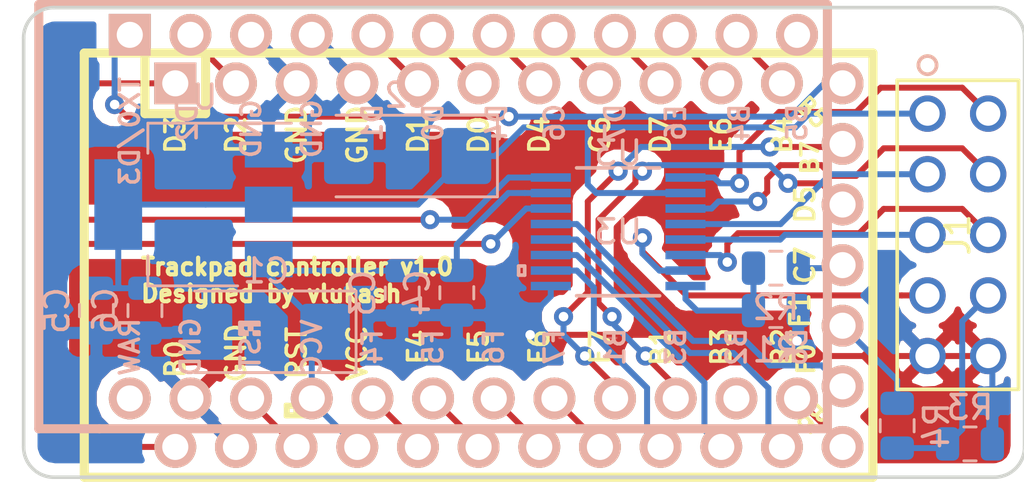
<source format=kicad_pcb>
(kicad_pcb (version 20171130) (host pcbnew 5.0.2-bee76a0~70~ubuntu18.04.1)

  (general
    (thickness 1.6)
    (drawings 9)
    (tracks 268)
    (zones 0)
    (modules 15)
    (nets 40)
  )

  (page A4)
  (title_block
    (title "Adapter PCB")
    (date 2019-01-16)
    (rev 1.0)
    (company vlukash)
  )

  (layers
    (0 F.Cu signal)
    (31 B.Cu signal)
    (32 B.Adhes user hide)
    (33 F.Adhes user hide)
    (34 B.Paste user hide)
    (35 F.Paste user hide)
    (36 B.SilkS user hide)
    (37 F.SilkS user)
    (38 B.Mask user hide)
    (39 F.Mask user hide)
    (40 Dwgs.User user hide)
    (41 Cmts.User user hide)
    (42 Eco1.User user hide)
    (43 Eco2.User user hide)
    (44 Edge.Cuts user hide)
    (45 Margin user hide)
    (46 B.CrtYd user hide)
    (47 F.CrtYd user hide)
    (48 B.Fab user hide)
    (49 F.Fab user hide)
  )

  (setup
    (last_trace_width 0.25)
    (trace_clearance 0.2)
    (zone_clearance 0.508)
    (zone_45_only no)
    (trace_min 0.2)
    (segment_width 0.2)
    (edge_width 0.15)
    (via_size 0.8)
    (via_drill 0.4)
    (via_min_size 0.4)
    (via_min_drill 0.3)
    (uvia_size 0.3)
    (uvia_drill 0.1)
    (uvias_allowed no)
    (uvia_min_size 0.2)
    (uvia_min_drill 0.1)
    (pcb_text_width 0.3)
    (pcb_text_size 1.5 1.5)
    (mod_edge_width 0.15)
    (mod_text_size 1 1)
    (mod_text_width 0.15)
    (pad_size 1.524 1.524)
    (pad_drill 0.762)
    (pad_to_mask_clearance 0.051)
    (solder_mask_min_width 0.25)
    (aux_axis_origin 0 0)
    (visible_elements FFFFF77F)
    (pcbplotparams
      (layerselection 0x010fc_ffffffff)
      (usegerberextensions false)
      (usegerberattributes false)
      (usegerberadvancedattributes false)
      (creategerberjobfile false)
      (excludeedgelayer true)
      (linewidth 0.100000)
      (plotframeref false)
      (viasonmask false)
      (mode 1)
      (useauxorigin false)
      (hpglpennumber 1)
      (hpglpenspeed 20)
      (hpglpendiameter 15.000000)
      (psnegative false)
      (psa4output false)
      (plotreference true)
      (plotvalue true)
      (plotinvisibletext false)
      (padsonsilk false)
      (subtractmaskfromsilk false)
      (outputformat 1)
      (mirror false)
      (drillshape 0)
      (scaleselection 1)
      (outputdirectory "../plot/"))
  )

  (net 0 "")
  (net 1 GND)
  (net 2 +5V)
  (net 3 +2V8)
  (net 4 TP_MOTION_2V85)
  (net 5 TP_SHUTDOWN_2V85)
  (net 6 SCK_2V85)
  (net 7 MOSI_2V85)
  (net 8 MISO_2V85)
  (net 9 TP_CS_2V85)
  (net 10 "Net-(R1-Pad1)")
  (net 11 LVL_SHIFT)
  (net 12 TP_RESET)
  (net 13 PB7)
  (net 14 PD5)
  (net 15 TP_SHUTDOWN)
  (net 16 TP_CS)
  (net 17 PB5)
  (net 18 RST)
  (net 19 PF4)
  (net 20 PF5)
  (net 21 PF6)
  (net 22 PF7)
  (net 23 SCK)
  (net 24 MISO)
  (net 25 MOSI)
  (net 26 PB6)
  (net 27 PB4)
  (net 28 PE6)
  (net 29 PD7)
  (net 30 PC6)
  (net 31 PD4)
  (net 32 PD0)
  (net 33 PD1)
  (net 34 PD2)
  (net 35 TP_MOTION)
  (net 36 "Net-(U2-Pad24)")
  (net 37 "Net-(U2-Pad12)")
  (net 38 "Net-(U2-Pad14)")
  (net 39 "Net-(J1-Pad9)")

  (net_class Default "This is the default net class."
    (clearance 0.2)
    (trace_width 0.25)
    (via_dia 0.8)
    (via_drill 0.4)
    (uvia_dia 0.3)
    (uvia_drill 0.1)
    (add_net +2V8)
    (add_net +5V)
    (add_net GND)
    (add_net LVL_SHIFT)
    (add_net MISO)
    (add_net MISO_2V85)
    (add_net MOSI)
    (add_net MOSI_2V85)
    (add_net "Net-(J1-Pad9)")
    (add_net "Net-(R1-Pad1)")
    (add_net "Net-(U2-Pad12)")
    (add_net "Net-(U2-Pad14)")
    (add_net "Net-(U2-Pad24)")
    (add_net PB4)
    (add_net PB5)
    (add_net PB6)
    (add_net PB7)
    (add_net PC6)
    (add_net PD0)
    (add_net PD1)
    (add_net PD2)
    (add_net PD4)
    (add_net PD5)
    (add_net PD7)
    (add_net PE6)
    (add_net PF4)
    (add_net PF5)
    (add_net PF6)
    (add_net PF7)
    (add_net RST)
    (add_net SCK)
    (add_net SCK_2V85)
    (add_net TP_CS)
    (add_net TP_CS_2V85)
    (add_net TP_MOTION)
    (add_net TP_MOTION_2V85)
    (add_net TP_RESET)
    (add_net TP_SHUTDOWN)
    (add_net TP_SHUTDOWN_2V85)
  )

  (module trackpad:Elite-C-nf (layer B.Cu) (tedit 5BFB668E) (tstamp 5C1213D4)
    (at 115.57 80.645)
    (path /5BF8DE68)
    (fp_text reference U1 (at 0 -1.625) (layer B.SilkS) hide
      (effects (font (size 1.2 1.2) (thickness 0.2032)) (justify mirror))
    )
    (fp_text value Elite-C-nf (at 0 0) (layer B.SilkS) hide
      (effects (font (size 1.2 1.2) (thickness 0.2032)) (justify mirror))
    )
    (fp_line (start -12.7 -6.35) (end -12.7 -8.89) (layer F.SilkS) (width 0.381))
    (fp_line (start -15.24 -6.35) (end -12.7 -6.35) (layer F.SilkS) (width 0.381))
    (fp_text user D2 (at -11.43 -5.461 -90) (layer F.SilkS)
      (effects (font (size 0.8 0.8) (thickness 0.15)))
    )
    (fp_text user D0 (at -1.27 -5.461 -90) (layer F.SilkS)
      (effects (font (size 0.8 0.8) (thickness 0.15)))
    )
    (fp_text user D1 (at -3.81 -5.461 -90) (layer F.SilkS)
      (effects (font (size 0.8 0.8) (thickness 0.15)))
    )
    (fp_text user GND (at -6.35 -5.461 -90) (layer F.SilkS)
      (effects (font (size 0.8 0.8) (thickness 0.15)))
    )
    (fp_text user GND (at -8.89 -5.461 -90) (layer F.SilkS)
      (effects (font (size 0.8 0.8) (thickness 0.15)))
    )
    (fp_text user D4 (at 1.27 -5.461 -90) (layer F.SilkS)
      (effects (font (size 0.8 0.8) (thickness 0.15)))
    )
    (fp_text user C6 (at 3.81 -5.461 -90) (layer F.SilkS)
      (effects (font (size 0.8 0.8) (thickness 0.15)))
    )
    (fp_text user D7 (at 6.35 -5.461 -90) (layer F.SilkS)
      (effects (font (size 0.8 0.8) (thickness 0.15)))
    )
    (fp_text user E6 (at 8.89 -5.461 -90) (layer F.SilkS)
      (effects (font (size 0.8 0.8) (thickness 0.15)))
    )
    (fp_text user B4 (at 11.43 -5.461 -90) (layer F.SilkS)
      (effects (font (size 0.8 0.8) (thickness 0.15)))
    )
    (fp_text user B5 (at 12.7 -6.4 -45) (layer F.SilkS)
      (effects (font (size 0.7 0.7) (thickness 0.15)))
    )
    (fp_text user B2 (at 11.43 5.461 -90) (layer B.SilkS) hide
      (effects (font (size 0.8 0.8) (thickness 0.15)) (justify mirror))
    )
    (fp_text user B3 (at 8.89 3.429 -90) (layer F.SilkS)
      (effects (font (size 0.8 0.8) (thickness 0.15)))
    )
    (fp_text user B1 (at 6.35 3.429 -90) (layer F.SilkS)
      (effects (font (size 0.8 0.8) (thickness 0.15)))
    )
    (fp_text user F7 (at 3.81 5.461 -90) (layer B.SilkS) hide
      (effects (font (size 0.8 0.8) (thickness 0.15)) (justify mirror))
    )
    (fp_text user F6 (at 1.27 5.461 -90) (layer B.SilkS) hide
      (effects (font (size 0.8 0.8) (thickness 0.15)) (justify mirror))
    )
    (fp_text user F5 (at -1.27 5.461 -90) (layer B.SilkS) hide
      (effects (font (size 0.8 0.8) (thickness 0.15)) (justify mirror))
    )
    (fp_text user F4 (at -3.81 3.429 -90) (layer F.SilkS)
      (effects (font (size 0.8 0.8) (thickness 0.15)))
    )
    (fp_text user VCC (at -6.35 3.683 -90) (layer F.SilkS)
      (effects (font (size 0.8 0.8) (thickness 0.15)))
    )
    (fp_text user GND (at -11.43 3.683 -90) (layer F.SilkS)
      (effects (font (size 0.8 0.8) (thickness 0.15)))
    )
    (fp_text user B0 (at -13.97 3.937 -90) (layer F.SilkS)
      (effects (font (size 0.8 0.8) (thickness 0.15)))
    )
    (fp_text user B0 (at -13.97 5.461 -90) (layer B.SilkS) hide
      (effects (font (size 0.8 0.8) (thickness 0.15)) (justify mirror))
    )
    (fp_text user GND (at -11.43 5.461 -90) (layer B.SilkS) hide
      (effects (font (size 0.8 0.8) (thickness 0.15)) (justify mirror))
    )
    (fp_text user ST (at -8.92 5.73312 -90) (layer B.SilkS) hide
      (effects (font (size 0.8 0.8) (thickness 0.15)) (justify mirror))
    )
    (fp_text user VCC (at -6.35 5.461 -90) (layer B.SilkS) hide
      (effects (font (size 0.8 0.8) (thickness 0.15)) (justify mirror))
    )
    (fp_text user F4 (at -3.81 5.461 -90) (layer B.SilkS) hide
      (effects (font (size 0.8 0.8) (thickness 0.15)) (justify mirror))
    )
    (fp_text user F5 (at -1.27 3.429 -90) (layer F.SilkS)
      (effects (font (size 0.8 0.8) (thickness 0.15)))
    )
    (fp_text user F6 (at 1.27 3.429 -90) (layer F.SilkS)
      (effects (font (size 0.8 0.8) (thickness 0.15)))
    )
    (fp_text user F7 (at 3.81 3.429 -90) (layer F.SilkS)
      (effects (font (size 0.8 0.8) (thickness 0.15)))
    )
    (fp_text user B1 (at 6.35 5.461 -90) (layer B.SilkS) hide
      (effects (font (size 0.8 0.8) (thickness 0.15)) (justify mirror))
    )
    (fp_text user B3 (at 8.89 5.461 -90) (layer B.SilkS) hide
      (effects (font (size 0.8 0.8) (thickness 0.15)) (justify mirror))
    )
    (fp_text user B2 (at 11.43 3.429 -90) (layer F.SilkS)
      (effects (font (size 0.8 0.8) (thickness 0.15)))
    )
    (fp_text user B5 (at 12.7 -6.4 -45) (layer B.SilkS) hide
      (effects (font (size 0.7 0.7) (thickness 0.15)) (justify mirror))
    )
    (fp_text user B4 (at 11.43 -5.461 -90) (layer B.SilkS) hide
      (effects (font (size 0.8 0.8) (thickness 0.15)) (justify mirror))
    )
    (fp_text user E6 (at 8.89 -5.461 -90) (layer B.SilkS) hide
      (effects (font (size 0.8 0.8) (thickness 0.15)) (justify mirror))
    )
    (fp_text user D7 (at 6.35 -5.461 -90) (layer B.SilkS) hide
      (effects (font (size 0.8 0.8) (thickness 0.15)) (justify mirror))
    )
    (fp_text user C6 (at 3.81 -5.461 -90) (layer B.SilkS) hide
      (effects (font (size 0.8 0.8) (thickness 0.15)) (justify mirror))
    )
    (fp_text user D4 (at 1.27 -5.461 -90) (layer B.SilkS) hide
      (effects (font (size 0.8 0.8) (thickness 0.15)) (justify mirror))
    )
    (fp_text user GND (at -8.89 -5.461 -90) (layer B.SilkS) hide
      (effects (font (size 0.8 0.8) (thickness 0.15)) (justify mirror))
    )
    (fp_text user GND (at -6.35 -5.461 -90) (layer B.SilkS) hide
      (effects (font (size 0.8 0.8) (thickness 0.15)) (justify mirror))
    )
    (fp_text user D1 (at -3.81 -5.461 -90) (layer B.SilkS) hide
      (effects (font (size 0.8 0.8) (thickness 0.15)) (justify mirror))
    )
    (fp_text user D0 (at -1.27 -5.461 -90) (layer B.SilkS) hide
      (effects (font (size 0.8 0.8) (thickness 0.15)) (justify mirror))
    )
    (fp_text user D2 (at -11.43 -5.461 -90) (layer B.SilkS) hide
      (effects (font (size 0.8 0.8) (thickness 0.15)) (justify mirror))
    )
    (fp_text user D3 (at -13.97 -5.461 -90) (layer F.SilkS)
      (effects (font (size 0.8 0.8) (thickness 0.15)))
    )
    (fp_text user TX0/D3 (at -13.97 -3.571872 -90) (layer B.SilkS) hide
      (effects (font (size 0.8 0.8) (thickness 0.15)) (justify mirror))
    )
    (fp_line (start -15.24 -8.89) (end 15.24 -8.89) (layer Dwgs.User) (width 0.381))
    (fp_line (start 15.24 -8.89) (end 15.24 8.89) (layer Dwgs.User) (width 0.381))
    (fp_line (start 15.24 8.89) (end -15.24 8.89) (layer Dwgs.User) (width 0.381))
    (fp_line (start -15.24 -6.35) (end -12.7 -6.35) (layer Dwgs.User) (width 0.381))
    (fp_line (start -12.7 -6.35) (end -12.7 -8.89) (layer Dwgs.User) (width 0.381))
    (fp_text user RST (at -8.89 3.683 -90) (layer F.SilkS)
      (effects (font (size 0.8 0.8) (thickness 0.15)))
    )
    (fp_poly (pts (xy -8.95097 6.044635) (xy -8.85097 6.044635) (xy -8.85097 6.144635) (xy -8.95097 6.144635)) (layer F.SilkS) (width 0.15))
    (fp_poly (pts (xy -9.35097 6.244635) (xy -8.55097 6.244635) (xy -8.55097 6.344635) (xy -9.35097 6.344635)) (layer F.SilkS) (width 0.15))
    (fp_poly (pts (xy -8.75097 5.844635) (xy -8.55097 5.844635) (xy -8.55097 5.944635) (xy -8.75097 5.944635)) (layer F.SilkS) (width 0.15))
    (fp_poly (pts (xy -9.35097 5.844635) (xy -9.05097 5.844635) (xy -9.05097 5.944635) (xy -9.35097 5.944635)) (layer F.SilkS) (width 0.15))
    (fp_poly (pts (xy -9.35097 5.844635) (xy -9.25097 5.844635) (xy -9.25097 6.344635) (xy -9.35097 6.344635)) (layer F.SilkS) (width 0.15))
    (fp_line (start 15.24 8.89) (end -17.78 8.89) (layer F.SilkS) (width 0.381))
    (fp_line (start 15.24 -8.89) (end 15.24 8.89) (layer F.SilkS) (width 0.381))
    (fp_line (start -17.78 -8.89) (end 15.24 -8.89) (layer F.SilkS) (width 0.381))
    (fp_line (start -17.78 8.89) (end -17.78 -8.89) (layer F.SilkS) (width 0.381))
    (fp_line (start -15.24 8.89) (end -17.78 8.89) (layer Dwgs.User) (width 0.381))
    (fp_line (start -17.78 8.89) (end -17.78 -8.89) (layer Dwgs.User) (width 0.381))
    (fp_line (start -17.78 -8.89) (end -15.24 -8.89) (layer Dwgs.User) (width 0.381))
    (fp_line (start -14.224 3.556) (end -14.224 -3.81) (layer Dwgs.User) (width 0.2))
    (fp_line (start -14.224 -3.81) (end -19.304 -3.81) (layer Dwgs.User) (width 0.2))
    (fp_line (start -19.304 -3.81) (end -19.304 3.556) (layer Dwgs.User) (width 0.2))
    (fp_line (start -19.304 3.556) (end -14.224 3.556) (layer Dwgs.User) (width 0.2))
    (fp_line (start -15.24 -6.35) (end -15.24 -8.89) (layer F.SilkS) (width 0.381))
    (fp_line (start -15.24 -6.35) (end -15.24 -8.89) (layer Dwgs.User) (width 0.381))
    (fp_text user B7 (at 12.6 -4.5 -90) (layer B.SilkS) hide
      (effects (font (size 0.7 0.7) (thickness 0.15)) (justify mirror))
    )
    (fp_text user B7 (at 12.6 -4.5 -90) (layer F.SilkS)
      (effects (font (size 0.7 0.7) (thickness 0.15)))
    )
    (fp_text user F0 (at 12.446 3.937 -90) (layer F.SilkS)
      (effects (font (size 0.7 0.7) (thickness 0.15)))
    )
    (fp_text user F0 (at 12.6 4.5 -90) (layer B.SilkS) hide
      (effects (font (size 0.7 0.7) (thickness 0.15)) (justify mirror))
    )
    (fp_text user B6 (at 12.7 6.4 -135 unlocked) (layer B.SilkS) hide
      (effects (font (size 0.7 0.7) (thickness 0.15)) (justify mirror))
    )
    (fp_text user B6 (at 12.7 6.4 -135 unlocked) (layer F.SilkS)
      (effects (font (size 0.7 0.7) (thickness 0.15)))
    )
    (fp_text user C7 (at 12.4 0 -90) (layer B.SilkS) hide
      (effects (font (size 0.8 0.8) (thickness 0.15)) (justify mirror))
    )
    (fp_text user C7 (at 12.4 0 -90) (layer F.SilkS)
      (effects (font (size 0.8 0.8) (thickness 0.15)))
    )
    (fp_text user F1 (at 12.192 1.905 -90) (layer F.SilkS)
      (effects (font (size 0.8 0.8) (thickness 0.15)))
    )
    (fp_text user F1 (at 12.4 2.54 -90) (layer B.SilkS) hide
      (effects (font (size 0.8 0.8) (thickness 0.15)) (justify mirror))
    )
    (fp_text user D5 (at 12.4 -2.54 -90) (layer B.SilkS) hide
      (effects (font (size 0.8 0.8) (thickness 0.15)) (justify mirror))
    )
    (fp_text user D5 (at 12.4 -2.54 -90) (layer F.SilkS)
      (effects (font (size 0.8 0.8) (thickness 0.15)))
    )
    (pad 1 thru_hole rect (at -13.97 -7.62) (size 1.7526 1.7526) (drill 1.0922) (layers *.Cu *.SilkS *.Mask)
      (net 35 TP_MOTION))
    (pad 2 thru_hole circle (at -11.43 -7.62) (size 1.7526 1.7526) (drill 1.0922) (layers *.Cu *.SilkS *.Mask)
      (net 34 PD2))
    (pad 3 thru_hole circle (at -8.89 -7.62) (size 1.7526 1.7526) (drill 1.0922) (layers *.Cu *.SilkS *.Mask)
      (net 1 GND))
    (pad 4 thru_hole circle (at -6.35 -7.62) (size 1.7526 1.7526) (drill 1.0922) (layers *.Cu *.SilkS *.Mask)
      (net 1 GND))
    (pad 5 thru_hole circle (at -3.81 -7.62) (size 1.7526 1.7526) (drill 1.0922) (layers *.Cu *.SilkS *.Mask)
      (net 33 PD1))
    (pad 6 thru_hole circle (at -1.27 -7.62) (size 1.7526 1.7526) (drill 1.0922) (layers *.Cu *.SilkS *.Mask)
      (net 32 PD0))
    (pad 7 thru_hole circle (at 1.27 -7.62) (size 1.7526 1.7526) (drill 1.0922) (layers *.Cu *.SilkS *.Mask)
      (net 31 PD4))
    (pad 8 thru_hole circle (at 3.81 -7.62) (size 1.7526 1.7526) (drill 1.0922) (layers *.Cu *.SilkS *.Mask)
      (net 30 PC6))
    (pad 9 thru_hole circle (at 6.35 -7.62) (size 1.7526 1.7526) (drill 1.0922) (layers *.Cu *.SilkS *.Mask)
      (net 29 PD7))
    (pad 10 thru_hole circle (at 8.89 -7.62) (size 1.7526 1.7526) (drill 1.0922) (layers *.Cu *.SilkS *.Mask)
      (net 28 PE6))
    (pad 11 thru_hole circle (at 11.43 -7.62) (size 1.7526 1.7526) (drill 1.0922) (layers *.Cu *.SilkS *.Mask)
      (net 27 PB4))
    (pad 13 thru_hole circle (at 13.97 7.62) (size 1.7526 1.7526) (drill 1.0922) (layers *.Cu *.SilkS *.Mask)
      (net 26 PB6))
    (pad 14 thru_hole circle (at 11.43 7.62) (size 1.7526 1.7526) (drill 1.0922) (layers *.Cu *.SilkS *.Mask)
      (net 25 MOSI))
    (pad 15 thru_hole circle (at 8.89 7.62) (size 1.7526 1.7526) (drill 1.0922) (layers *.Cu *.SilkS *.Mask)
      (net 24 MISO))
    (pad 16 thru_hole circle (at 6.35 7.62) (size 1.7526 1.7526) (drill 1.0922) (layers *.Cu *.SilkS *.Mask)
      (net 23 SCK))
    (pad 17 thru_hole circle (at 3.81 7.62) (size 1.7526 1.7526) (drill 1.0922) (layers *.Cu *.SilkS *.Mask)
      (net 22 PF7))
    (pad 18 thru_hole circle (at 1.27 7.62) (size 1.7526 1.7526) (drill 1.0922) (layers *.Cu *.SilkS *.Mask)
      (net 21 PF6))
    (pad 19 thru_hole circle (at -1.27 7.62) (size 1.7526 1.7526) (drill 1.0922) (layers *.Cu *.SilkS *.Mask)
      (net 20 PF5))
    (pad 20 thru_hole circle (at -3.81 7.62) (size 1.7526 1.7526) (drill 1.0922) (layers *.Cu *.SilkS *.Mask)
      (net 19 PF4))
    (pad 21 thru_hole circle (at -6.35 7.62) (size 1.7526 1.7526) (drill 1.0922) (layers *.Cu *.SilkS *.Mask)
      (net 2 +5V))
    (pad 22 thru_hole circle (at -8.89 7.62) (size 1.7526 1.7526) (drill 1.0922) (layers *.Cu *.SilkS *.Mask)
      (net 18 RST))
    (pad 23 thru_hole circle (at -11.43 7.62) (size 1.7526 1.7526) (drill 1.0922) (layers *.Cu *.SilkS *.Mask)
      (net 1 GND))
    (pad 12 thru_hole circle (at 13.97 -7.62) (size 1.7526 1.7526) (drill 1.0922) (layers *.Cu *.SilkS *.Mask)
      (net 17 PB5))
    (pad 24 thru_hole circle (at -13.97 7.62) (size 1.7526 1.7526) (drill 1.0922) (layers *.Cu *.SilkS *.Mask)
      (net 16 TP_CS))
    (pad 29 thru_hole circle (at 13.97 5.08) (size 1.7526 1.7526) (drill 1.0922) (layers *.Cu *.SilkS *.Mask)
      (net 15 TP_SHUTDOWN))
    (pad 28 thru_hole circle (at 13.97 2.54) (size 1.7526 1.7526) (drill 1.0922) (layers *.Cu *.SilkS *.Mask)
      (net 12 TP_RESET))
    (pad 27 thru_hole circle (at 13.97 0) (size 1.7526 1.7526) (drill 1.0922) (layers *.Cu *.SilkS *.Mask)
      (net 11 LVL_SHIFT))
    (pad 26 thru_hole circle (at 13.97 -2.54) (size 1.7526 1.7526) (drill 1.0922) (layers *.Cu *.SilkS *.Mask)
      (net 14 PD5))
    (pad 25 thru_hole circle (at 13.97 -5.08) (size 1.7526 1.7526) (drill 1.0922) (layers *.Cu *.SilkS *.Mask)
      (net 13 PB7))
    (model /Users/danny/Documents/proj/custom-keyboard/kicad-libs/3d_models/ArduinoProMicro.wrl
      (offset (xyz -13.96999979019165 -7.619999885559082 -5.841999912261963))
      (scale (xyz 0.395 0.395 0.395))
      (rotate (xyz 90 180 180))
    )
  )

  (module trackpad:ArduinoProMicro-nf (layer B.Cu) (tedit 5BFB65FE) (tstamp 5BFB93C5)
    (at 113.665 78.613)
    (path /5BF8BB0A)
    (fp_text reference U2 (at 0 -1.625) (layer B.SilkS) hide
      (effects (font (size 1.27 1.524) (thickness 0.2032)) (justify mirror))
    )
    (fp_text value ProMicro (at 0 0) (layer B.SilkS) hide
      (effects (font (size 1.27 1.524) (thickness 0.2032)) (justify mirror))
    )
    (fp_text user D2 (at -11.43 -5.461 -90) (layer F.SilkS) hide
      (effects (font (size 0.8 0.8) (thickness 0.15)))
    )
    (fp_text user D0 (at -1.27 -5.461 -90) (layer F.SilkS) hide
      (effects (font (size 0.8 0.8) (thickness 0.15)))
    )
    (fp_text user D1 (at -3.81 -5.461 -90) (layer F.SilkS) hide
      (effects (font (size 0.8 0.8) (thickness 0.15)))
    )
    (fp_text user GND (at -6.35 -5.461 -90) (layer F.SilkS) hide
      (effects (font (size 0.8 0.8) (thickness 0.15)))
    )
    (fp_text user GND (at -8.89 -5.461 -90) (layer F.SilkS) hide
      (effects (font (size 0.8 0.8) (thickness 0.15)))
    )
    (fp_text user D4 (at 1.27 -5.461 -90) (layer F.SilkS) hide
      (effects (font (size 0.8 0.8) (thickness 0.15)))
    )
    (fp_text user C6 (at 3.81 -5.461 -90) (layer F.SilkS) hide
      (effects (font (size 0.8 0.8) (thickness 0.15)))
    )
    (fp_text user D7 (at 6.35 -5.461 -90) (layer F.SilkS) hide
      (effects (font (size 0.8 0.8) (thickness 0.15)))
    )
    (fp_text user E6 (at 8.89 -5.461 -90) (layer F.SilkS) hide
      (effects (font (size 0.8 0.8) (thickness 0.15)))
    )
    (fp_text user B4 (at 11.43 -5.461 -90) (layer F.SilkS) hide
      (effects (font (size 0.8 0.8) (thickness 0.15)))
    )
    (fp_text user B5 (at 13.97 -5.461 -90) (layer F.SilkS) hide
      (effects (font (size 0.8 0.8) (thickness 0.15)))
    )
    (fp_text user B6 (at 13.97 5.461 -90) (layer F.SilkS) hide
      (effects (font (size 0.8 0.8) (thickness 0.15)))
    )
    (fp_text user B2 (at 11.43 5.461 -90) (layer B.SilkS)
      (effects (font (size 0.8 0.8) (thickness 0.15)) (justify mirror))
    )
    (fp_text user B3 (at 8.89 5.461 -90) (layer F.SilkS) hide
      (effects (font (size 0.8 0.8) (thickness 0.15)))
    )
    (fp_text user B1 (at 6.35 5.461 -90) (layer F.SilkS) hide
      (effects (font (size 0.8 0.8) (thickness 0.15)))
    )
    (fp_text user F7 (at 3.81 5.461 -90) (layer B.SilkS)
      (effects (font (size 0.8 0.8) (thickness 0.15)) (justify mirror))
    )
    (fp_text user F6 (at 1.27 5.461 -90) (layer B.SilkS)
      (effects (font (size 0.8 0.8) (thickness 0.15)) (justify mirror))
    )
    (fp_text user F5 (at -1.27 5.461 -90) (layer B.SilkS)
      (effects (font (size 0.8 0.8) (thickness 0.15)) (justify mirror))
    )
    (fp_text user F4 (at -3.81 5.461 -90) (layer F.SilkS) hide
      (effects (font (size 0.8 0.8) (thickness 0.15)))
    )
    (fp_text user VCC (at -6.35 5.461 -90) (layer F.SilkS) hide
      (effects (font (size 0.8 0.8) (thickness 0.15)))
    )
    (fp_text user GND (at -11.43 5.461 -90) (layer F.SilkS) hide
      (effects (font (size 0.8 0.8) (thickness 0.15)))
    )
    (fp_text user RAW (at -13.97 5.461 -90) (layer F.SilkS) hide
      (effects (font (size 0.8 0.8) (thickness 0.15)))
    )
    (fp_text user RAW (at -13.97 5.461 -90) (layer B.SilkS)
      (effects (font (size 0.8 0.8) (thickness 0.15)) (justify mirror))
    )
    (fp_text user GND (at -11.43 5.461 -90) (layer B.SilkS)
      (effects (font (size 0.8 0.8) (thickness 0.15)) (justify mirror))
    )
    (fp_text user ST (at -8.92 5.73312 -90) (layer B.SilkS)
      (effects (font (size 0.8 0.8) (thickness 0.15)) (justify mirror))
    )
    (fp_text user VCC (at -6.35 5.461 -90) (layer B.SilkS)
      (effects (font (size 0.8 0.8) (thickness 0.15)) (justify mirror))
    )
    (fp_text user F4 (at -3.81 5.461 -90) (layer B.SilkS)
      (effects (font (size 0.8 0.8) (thickness 0.15)) (justify mirror))
    )
    (fp_text user F5 (at -1.27 5.461 -90) (layer F.SilkS) hide
      (effects (font (size 0.8 0.8) (thickness 0.15)))
    )
    (fp_text user F6 (at 1.27 5.461 -90) (layer F.SilkS) hide
      (effects (font (size 0.8 0.8) (thickness 0.15)))
    )
    (fp_text user F7 (at 3.81 5.461 -90) (layer F.SilkS) hide
      (effects (font (size 0.8 0.8) (thickness 0.15)))
    )
    (fp_text user B1 (at 6.35 5.461 -90) (layer B.SilkS)
      (effects (font (size 0.8 0.8) (thickness 0.15)) (justify mirror))
    )
    (fp_text user B3 (at 8.89 5.461 -90) (layer B.SilkS)
      (effects (font (size 0.8 0.8) (thickness 0.15)) (justify mirror))
    )
    (fp_text user B2 (at 11.43 5.461 -90) (layer F.SilkS) hide
      (effects (font (size 0.8 0.8) (thickness 0.15)))
    )
    (fp_text user B6 (at 13.97 5.461 -90) (layer B.SilkS)
      (effects (font (size 0.8 0.8) (thickness 0.15)) (justify mirror))
    )
    (fp_text user B5 (at 13.97 -3.937 -90) (layer B.SilkS)
      (effects (font (size 0.8 0.8) (thickness 0.15)) (justify mirror))
    )
    (fp_text user B4 (at 11.557 -3.937 -90) (layer B.SilkS)
      (effects (font (size 0.8 0.8) (thickness 0.15)) (justify mirror))
    )
    (fp_text user E6 (at 8.89 -3.937 -90) (layer B.SilkS)
      (effects (font (size 0.8 0.8) (thickness 0.15)) (justify mirror))
    )
    (fp_text user D7 (at 6.35 -3.937 -90) (layer B.SilkS)
      (effects (font (size 0.8 0.8) (thickness 0.15)) (justify mirror))
    )
    (fp_text user C6 (at 3.81 -3.937 -90) (layer B.SilkS)
      (effects (font (size 0.8 0.8) (thickness 0.15)) (justify mirror))
    )
    (fp_text user D4 (at 1.397 -3.937 -90) (layer B.SilkS)
      (effects (font (size 0.8 0.8) (thickness 0.15)) (justify mirror))
    )
    (fp_text user GND (at -8.89 -3.683 -90) (layer B.SilkS)
      (effects (font (size 0.8 0.8) (thickness 0.15)) (justify mirror))
    )
    (fp_text user GND (at -6.35 -3.683 -90) (layer B.SilkS)
      (effects (font (size 0.8 0.8) (thickness 0.15)) (justify mirror))
    )
    (fp_text user D1 (at -3.81 -3.937 -90) (layer B.SilkS)
      (effects (font (size 0.8 0.8) (thickness 0.15)) (justify mirror))
    )
    (fp_text user D0 (at -1.27 -3.937 -90) (layer B.SilkS)
      (effects (font (size 0.8 0.8) (thickness 0.15)) (justify mirror))
    )
    (fp_text user D2 (at -11.557 -3.937 -90) (layer B.SilkS)
      (effects (font (size 0.8 0.8) (thickness 0.15)) (justify mirror))
    )
    (fp_text user TX0/D3 (at -13.97 -3.571872 -90) (layer F.SilkS) hide
      (effects (font (size 0.8 0.8) (thickness 0.15)))
    )
    (fp_text user TX0/D3 (at -13.97 -3.571872 -90) (layer B.SilkS)
      (effects (font (size 0.8 0.8) (thickness 0.15)) (justify mirror))
    )
    (fp_line (start -15.24 -8.89) (end 15.24 -8.89) (layer B.SilkS) (width 0.381))
    (fp_line (start 15.24 -8.89) (end 15.24 8.89) (layer B.SilkS) (width 0.381))
    (fp_line (start 15.24 8.89) (end -15.24 8.89) (layer B.SilkS) (width 0.381))
    (fp_line (start -15.24 -6.35) (end -12.7 -6.35) (layer Dwgs.User) (width 0.381))
    (fp_line (start -12.7 -6.35) (end -12.7 -8.89) (layer Dwgs.User) (width 0.381))
    (fp_poly (pts (xy -9.36064 4.931568) (xy -9.06064 4.931568) (xy -9.06064 4.831568) (xy -9.36064 4.831568)) (layer B.SilkS) (width 0.15))
    (fp_poly (pts (xy -8.96064 4.731568) (xy -8.86064 4.731568) (xy -8.86064 4.631568) (xy -8.96064 4.631568)) (layer B.SilkS) (width 0.15))
    (fp_poly (pts (xy -9.36064 4.931568) (xy -9.26064 4.931568) (xy -9.26064 4.431568) (xy -9.36064 4.431568)) (layer B.SilkS) (width 0.15))
    (fp_poly (pts (xy -9.36064 4.531568) (xy -8.56064 4.531568) (xy -8.56064 4.431568) (xy -9.36064 4.431568)) (layer B.SilkS) (width 0.15))
    (fp_poly (pts (xy -8.76064 4.931568) (xy -8.56064 4.931568) (xy -8.56064 4.831568) (xy -8.76064 4.831568)) (layer B.SilkS) (width 0.15))
    (fp_text user ST (at -8.91 5.04 -90) (layer F.SilkS) hide
      (effects (font (size 0.8 0.8) (thickness 0.15)))
    )
    (fp_line (start -15.24 8.89) (end -17.78 8.89) (layer B.SilkS) (width 0.381))
    (fp_line (start -17.78 8.89) (end -17.78 -8.89) (layer B.SilkS) (width 0.381))
    (fp_line (start -17.78 -8.89) (end -15.24 -8.89) (layer B.SilkS) (width 0.381))
    (fp_line (start -14.224 3.556) (end -14.224 -3.81) (layer Dwgs.User) (width 0.2))
    (fp_line (start -14.224 -3.81) (end -19.304 -3.81) (layer Dwgs.User) (width 0.2))
    (fp_line (start -19.304 -3.81) (end -19.304 3.556) (layer Dwgs.User) (width 0.2))
    (fp_line (start -19.304 3.556) (end -14.224 3.556) (layer Dwgs.User) (width 0.2))
    (fp_line (start -15.24 -6.35) (end -15.24 -8.89) (layer Dwgs.User) (width 0.381))
    (pad 1 thru_hole rect (at -13.97 -7.62) (size 1.7526 1.7526) (drill 1.0922) (layers *.Cu *.SilkS *.Mask)
      (net 17 PB5))
    (pad 2 thru_hole circle (at -11.43 -7.62) (size 1.7526 1.7526) (drill 1.0922) (layers *.Cu *.SilkS *.Mask)
      (net 34 PD2))
    (pad 3 thru_hole circle (at -8.89 -7.62) (size 1.7526 1.7526) (drill 1.0922) (layers *.Cu *.SilkS *.Mask)
      (net 1 GND))
    (pad 4 thru_hole circle (at -6.35 -7.62) (size 1.7526 1.7526) (drill 1.0922) (layers *.Cu *.SilkS *.Mask)
      (net 1 GND))
    (pad 5 thru_hole circle (at -3.81 -7.62) (size 1.7526 1.7526) (drill 1.0922) (layers *.Cu *.SilkS *.Mask)
      (net 33 PD1))
    (pad 6 thru_hole circle (at -1.27 -7.62) (size 1.7526 1.7526) (drill 1.0922) (layers *.Cu *.SilkS *.Mask)
      (net 32 PD0))
    (pad 7 thru_hole circle (at 1.27 -7.62) (size 1.7526 1.7526) (drill 1.0922) (layers *.Cu *.SilkS *.Mask)
      (net 31 PD4))
    (pad 8 thru_hole circle (at 3.81 -7.62) (size 1.7526 1.7526) (drill 1.0922) (layers *.Cu *.SilkS *.Mask)
      (net 30 PC6))
    (pad 9 thru_hole circle (at 6.35 -7.62) (size 1.7526 1.7526) (drill 1.0922) (layers *.Cu *.SilkS *.Mask)
      (net 29 PD7))
    (pad 10 thru_hole circle (at 8.89 -7.62) (size 1.7526 1.7526) (drill 1.0922) (layers *.Cu *.SilkS *.Mask)
      (net 28 PE6))
    (pad 11 thru_hole circle (at 11.43 -7.62) (size 1.7526 1.7526) (drill 1.0922) (layers *.Cu *.SilkS *.Mask)
      (net 27 PB4))
    (pad 13 thru_hole circle (at 13.97 7.62) (size 1.7526 1.7526) (drill 1.0922) (layers *.Cu *.SilkS *.Mask)
      (net 26 PB6))
    (pad 14 thru_hole circle (at 11.43 7.62) (size 1.7526 1.7526) (drill 1.0922) (layers *.Cu *.SilkS *.Mask)
      (net 38 "Net-(U2-Pad14)"))
    (pad 15 thru_hole circle (at 8.89 7.62) (size 1.7526 1.7526) (drill 1.0922) (layers *.Cu *.SilkS *.Mask)
      (net 14 PD5))
    (pad 16 thru_hole circle (at 6.35 7.62) (size 1.7526 1.7526) (drill 1.0922) (layers *.Cu *.SilkS *.Mask)
      (net 13 PB7))
    (pad 17 thru_hole circle (at 3.81 7.62) (size 1.7526 1.7526) (drill 1.0922) (layers *.Cu *.SilkS *.Mask)
      (net 22 PF7))
    (pad 18 thru_hole circle (at 1.27 7.62) (size 1.7526 1.7526) (drill 1.0922) (layers *.Cu *.SilkS *.Mask)
      (net 21 PF6))
    (pad 19 thru_hole circle (at -1.27 7.62) (size 1.7526 1.7526) (drill 1.0922) (layers *.Cu *.SilkS *.Mask)
      (net 20 PF5))
    (pad 20 thru_hole circle (at -3.81 7.62) (size 1.7526 1.7526) (drill 1.0922) (layers *.Cu *.SilkS *.Mask)
      (net 19 PF4))
    (pad 21 thru_hole circle (at -6.35 7.62) (size 1.7526 1.7526) (drill 1.0922) (layers *.Cu *.SilkS *.Mask)
      (net 2 +5V))
    (pad 22 thru_hole circle (at -8.89 7.62) (size 1.7526 1.7526) (drill 1.0922) (layers *.Cu *.SilkS *.Mask)
      (net 18 RST))
    (pad 23 thru_hole circle (at -11.43 7.62) (size 1.7526 1.7526) (drill 1.0922) (layers *.Cu *.SilkS *.Mask)
      (net 1 GND))
    (pad 12 thru_hole circle (at 13.97 -7.62) (size 1.7526 1.7526) (drill 1.0922) (layers *.Cu *.SilkS *.Mask)
      (net 37 "Net-(U2-Pad12)"))
    (pad 24 thru_hole circle (at -13.97 7.62) (size 1.7526 1.7526) (drill 1.0922) (layers *.Cu *.SilkS *.Mask)
      (net 36 "Net-(U2-Pad24)"))
    (model /Users/danny/Documents/proj/custom-keyboard/kicad-libs/3d_models/ArduinoProMicro.wrl
      (offset (xyz -13.96999979019165 -7.619999885559082 -5.841999912261963))
      (scale (xyz 0.395 0.395 0.395))
      (rotate (xyz 90 180 180))
    )
  )

  (module Capacitor_Tantalum_SMD:CP_EIA-6032-15_Kemet-U (layer B.Cu) (tedit 5B301BBE) (tstamp 5C1212AF)
    (at 111.3295 76.073 180)
    (descr "Tantalum Capacitor SMD Kemet-U (6032-15 Metric), IPC_7351 nominal, (Body size from: http://www.kemet.com/Lists/ProductCatalog/Attachments/253/KEM_TC101_STD.pdf), generated with kicad-footprint-generator")
    (tags "capacitor tantalum")
    (path /5C04FAC6)
    (attr smd)
    (fp_text reference C2 (at 0 2.55 180) (layer B.SilkS)
      (effects (font (size 1 1) (thickness 0.15)) (justify mirror))
    )
    (fp_text value 10uF (at 0 -2.55 180) (layer B.Fab)
      (effects (font (size 1 1) (thickness 0.15)) (justify mirror))
    )
    (fp_text user %R (at 0 0 180) (layer B.Fab)
      (effects (font (size 1 1) (thickness 0.15)) (justify mirror))
    )
    (fp_line (start 3.75 -1.85) (end -3.75 -1.85) (layer B.CrtYd) (width 0.05))
    (fp_line (start 3.75 1.85) (end 3.75 -1.85) (layer B.CrtYd) (width 0.05))
    (fp_line (start -3.75 1.85) (end 3.75 1.85) (layer B.CrtYd) (width 0.05))
    (fp_line (start -3.75 -1.85) (end -3.75 1.85) (layer B.CrtYd) (width 0.05))
    (fp_line (start -3.76 -1.71) (end 3 -1.71) (layer B.SilkS) (width 0.12))
    (fp_line (start -3.76 1.71) (end -3.76 -1.71) (layer B.SilkS) (width 0.12))
    (fp_line (start 3 1.71) (end -3.76 1.71) (layer B.SilkS) (width 0.12))
    (fp_line (start 3 -1.6) (end 3 1.6) (layer B.Fab) (width 0.1))
    (fp_line (start -3 -1.6) (end 3 -1.6) (layer B.Fab) (width 0.1))
    (fp_line (start -3 0.8) (end -3 -1.6) (layer B.Fab) (width 0.1))
    (fp_line (start -2.2 1.6) (end -3 0.8) (layer B.Fab) (width 0.1))
    (fp_line (start 3 1.6) (end -2.2 1.6) (layer B.Fab) (width 0.1))
    (pad 2 smd roundrect (at 2.4625 0 180) (size 2.075 2.35) (layers B.Cu B.Paste B.Mask) (roundrect_rratio 0.120482)
      (net 1 GND))
    (pad 1 smd roundrect (at -2.4625 0 180) (size 2.075 2.35) (layers B.Cu B.Paste B.Mask) (roundrect_rratio 0.120482)
      (net 3 +2V8))
    (model ${KISYS3DMOD}/Capacitor_Tantalum_SMD.3dshapes/CP_EIA-6032-15_Kemet-U.wrl
      (at (xyz 0 0 0))
      (scale (xyz 1 1 1))
      (rotate (xyz 0 0 0))
    )
  )

  (module trackpad:TXB0106PWR (layer B.Cu) (tedit 5BFB6353) (tstamp 5C1214AC)
    (at 120.142 79.248 180)
    (path /5C0956D9)
    (fp_text reference U3 (at 0 3.302 180) (layer B.SilkS)
      (effects (font (size 1 1) (thickness 0.15)) (justify mirror))
    )
    (fp_text value U3 (at 0 0 180) (layer B.SilkS)
      (effects (font (size 1 1) (thickness 0.15)) (justify mirror))
    )
    (fp_arc (start 0 2.5527) (end 0.3048 2.5527) (angle -180) (layer B.Fab) (width 0.1524))
    (fp_line (start -2.5019 -2.7068) (end -3.9116 -2.7068) (layer B.CrtYd) (width 0.1524))
    (fp_line (start -2.5019 -2.8067) (end -2.5019 -2.7068) (layer B.CrtYd) (width 0.1524))
    (fp_line (start 2.5019 -2.8067) (end -2.5019 -2.8067) (layer B.CrtYd) (width 0.1524))
    (fp_line (start 2.5019 -2.7068) (end 2.5019 -2.8067) (layer B.CrtYd) (width 0.1524))
    (fp_line (start 3.9116 -2.7068) (end 2.5019 -2.7068) (layer B.CrtYd) (width 0.1524))
    (fp_line (start 3.9116 2.7068) (end 3.9116 -2.7068) (layer B.CrtYd) (width 0.1524))
    (fp_line (start 2.5019 2.7068) (end 3.9116 2.7068) (layer B.CrtYd) (width 0.1524))
    (fp_line (start 2.5019 2.8067) (end 2.5019 2.7068) (layer B.CrtYd) (width 0.1524))
    (fp_line (start -2.5019 2.8067) (end 2.5019 2.8067) (layer B.CrtYd) (width 0.1524))
    (fp_line (start -2.5019 2.7068) (end -2.5019 2.8067) (layer B.CrtYd) (width 0.1524))
    (fp_line (start -3.9116 2.7068) (end -2.5019 2.7068) (layer B.CrtYd) (width 0.1524))
    (fp_line (start -3.9116 -2.7068) (end -3.9116 2.7068) (layer B.CrtYd) (width 0.1524))
    (fp_line (start 3.9116 -1.434501) (end 4.1656 -1.434501) (layer B.SilkS) (width 0.1524))
    (fp_line (start 3.9116 -1.815501) (end 3.9116 -1.434501) (layer B.SilkS) (width 0.1524))
    (fp_line (start 4.1656 -1.815501) (end 3.9116 -1.815501) (layer B.SilkS) (width 0.1524))
    (fp_line (start 4.1656 -1.434501) (end 4.1656 -1.815501) (layer B.SilkS) (width 0.1524))
    (fp_line (start -2.2479 2.5527) (end -2.2479 -2.5527) (layer B.Fab) (width 0.1524))
    (fp_line (start 2.2479 2.5527) (end -2.2479 2.5527) (layer B.Fab) (width 0.1524))
    (fp_line (start 2.2479 -2.5527) (end 2.2479 2.5527) (layer B.Fab) (width 0.1524))
    (fp_line (start -2.2479 -2.5527) (end 2.2479 -2.5527) (layer B.Fab) (width 0.1524))
    (fp_line (start 1.737824 2.6797) (end -1.737824 2.6797) (layer B.SilkS) (width 0.1524))
    (fp_line (start -1.737824 -2.6797) (end 1.737824 -2.6797) (layer B.SilkS) (width 0.1524))
    (fp_line (start 3.302 2.427399) (end 2.2479 2.427399) (layer B.Fab) (width 0.1524))
    (fp_line (start 3.302 2.122599) (end 3.302 2.427399) (layer B.Fab) (width 0.1524))
    (fp_line (start 2.2479 2.122599) (end 3.302 2.122599) (layer B.Fab) (width 0.1524))
    (fp_line (start 2.2479 2.427399) (end 2.2479 2.122599) (layer B.Fab) (width 0.1524))
    (fp_line (start 3.302 1.777399) (end 2.2479 1.777399) (layer B.Fab) (width 0.1524))
    (fp_line (start 3.302 1.472599) (end 3.302 1.777399) (layer B.Fab) (width 0.1524))
    (fp_line (start 2.2479 1.472599) (end 3.302 1.472599) (layer B.Fab) (width 0.1524))
    (fp_line (start 2.2479 1.777399) (end 2.2479 1.472599) (layer B.Fab) (width 0.1524))
    (fp_line (start 3.302 1.127399) (end 2.2479 1.127399) (layer B.Fab) (width 0.1524))
    (fp_line (start 3.302 0.822599) (end 3.302 1.127399) (layer B.Fab) (width 0.1524))
    (fp_line (start 2.2479 0.822599) (end 3.302 0.822599) (layer B.Fab) (width 0.1524))
    (fp_line (start 2.2479 1.127399) (end 2.2479 0.822599) (layer B.Fab) (width 0.1524))
    (fp_line (start 3.302 0.477399) (end 2.2479 0.477399) (layer B.Fab) (width 0.1524))
    (fp_line (start 3.302 0.172599) (end 3.302 0.477399) (layer B.Fab) (width 0.1524))
    (fp_line (start 2.2479 0.172599) (end 3.302 0.172599) (layer B.Fab) (width 0.1524))
    (fp_line (start 2.2479 0.477399) (end 2.2479 0.172599) (layer B.Fab) (width 0.1524))
    (fp_line (start 3.302 -0.172601) (end 2.2479 -0.172601) (layer B.Fab) (width 0.1524))
    (fp_line (start 3.302 -0.477401) (end 3.302 -0.172601) (layer B.Fab) (width 0.1524))
    (fp_line (start 2.2479 -0.477401) (end 3.302 -0.477401) (layer B.Fab) (width 0.1524))
    (fp_line (start 2.2479 -0.172601) (end 2.2479 -0.477401) (layer B.Fab) (width 0.1524))
    (fp_line (start 3.302 -0.822601) (end 2.2479 -0.822601) (layer B.Fab) (width 0.1524))
    (fp_line (start 3.302 -1.127401) (end 3.302 -0.822601) (layer B.Fab) (width 0.1524))
    (fp_line (start 2.2479 -1.127401) (end 3.302 -1.127401) (layer B.Fab) (width 0.1524))
    (fp_line (start 2.2479 -0.822601) (end 2.2479 -1.127401) (layer B.Fab) (width 0.1524))
    (fp_line (start 3.302 -1.472601) (end 2.2479 -1.472601) (layer B.Fab) (width 0.1524))
    (fp_line (start 3.302 -1.777401) (end 3.302 -1.472601) (layer B.Fab) (width 0.1524))
    (fp_line (start 2.2479 -1.777401) (end 3.302 -1.777401) (layer B.Fab) (width 0.1524))
    (fp_line (start 2.2479 -1.472601) (end 2.2479 -1.777401) (layer B.Fab) (width 0.1524))
    (fp_line (start 3.302 -2.1226) (end 2.2479 -2.1226) (layer B.Fab) (width 0.1524))
    (fp_line (start 3.302 -2.4274) (end 3.302 -2.1226) (layer B.Fab) (width 0.1524))
    (fp_line (start 2.2479 -2.4274) (end 3.302 -2.4274) (layer B.Fab) (width 0.1524))
    (fp_line (start 2.2479 -2.1226) (end 2.2479 -2.4274) (layer B.Fab) (width 0.1524))
    (fp_line (start -3.302 -2.427399) (end -2.2479 -2.427399) (layer B.Fab) (width 0.1524))
    (fp_line (start -3.302 -2.122599) (end -3.302 -2.427399) (layer B.Fab) (width 0.1524))
    (fp_line (start -2.2479 -2.122599) (end -3.302 -2.122599) (layer B.Fab) (width 0.1524))
    (fp_line (start -2.2479 -2.427399) (end -2.2479 -2.122599) (layer B.Fab) (width 0.1524))
    (fp_line (start -3.302 -1.777399) (end -2.2479 -1.777399) (layer B.Fab) (width 0.1524))
    (fp_line (start -3.302 -1.472599) (end -3.302 -1.777399) (layer B.Fab) (width 0.1524))
    (fp_line (start -2.2479 -1.472599) (end -3.302 -1.472599) (layer B.Fab) (width 0.1524))
    (fp_line (start -2.2479 -1.777399) (end -2.2479 -1.472599) (layer B.Fab) (width 0.1524))
    (fp_line (start -3.302 -1.127399) (end -2.2479 -1.127399) (layer B.Fab) (width 0.1524))
    (fp_line (start -3.302 -0.822599) (end -3.302 -1.127399) (layer B.Fab) (width 0.1524))
    (fp_line (start -2.2479 -0.822599) (end -3.302 -0.822599) (layer B.Fab) (width 0.1524))
    (fp_line (start -2.2479 -1.127399) (end -2.2479 -0.822599) (layer B.Fab) (width 0.1524))
    (fp_line (start -3.302 -0.477399) (end -2.2479 -0.477399) (layer B.Fab) (width 0.1524))
    (fp_line (start -3.302 -0.172599) (end -3.302 -0.477399) (layer B.Fab) (width 0.1524))
    (fp_line (start -2.2479 -0.172599) (end -3.302 -0.172599) (layer B.Fab) (width 0.1524))
    (fp_line (start -2.2479 -0.477399) (end -2.2479 -0.172599) (layer B.Fab) (width 0.1524))
    (fp_line (start -3.302 0.172601) (end -2.2479 0.172601) (layer B.Fab) (width 0.1524))
    (fp_line (start -3.302 0.477401) (end -3.302 0.172601) (layer B.Fab) (width 0.1524))
    (fp_line (start -2.2479 0.477401) (end -3.302 0.477401) (layer B.Fab) (width 0.1524))
    (fp_line (start -2.2479 0.172601) (end -2.2479 0.477401) (layer B.Fab) (width 0.1524))
    (fp_line (start -3.302 0.822601) (end -2.2479 0.822601) (layer B.Fab) (width 0.1524))
    (fp_line (start -3.302 1.127401) (end -3.302 0.822601) (layer B.Fab) (width 0.1524))
    (fp_line (start -2.2479 1.127401) (end -3.302 1.127401) (layer B.Fab) (width 0.1524))
    (fp_line (start -2.2479 0.822601) (end -2.2479 1.127401) (layer B.Fab) (width 0.1524))
    (fp_line (start -3.302 1.472601) (end -2.2479 1.472601) (layer B.Fab) (width 0.1524))
    (fp_line (start -3.302 1.777401) (end -3.302 1.472601) (layer B.Fab) (width 0.1524))
    (fp_line (start -2.2479 1.777401) (end -3.302 1.777401) (layer B.Fab) (width 0.1524))
    (fp_line (start -2.2479 1.472601) (end -2.2479 1.777401) (layer B.Fab) (width 0.1524))
    (fp_line (start -3.302 2.1226) (end -2.2479 2.1226) (layer B.Fab) (width 0.1524))
    (fp_line (start -3.302 2.4274) (end -3.302 2.1226) (layer B.Fab) (width 0.1524))
    (fp_line (start -2.2479 2.4274) (end -3.302 2.4274) (layer B.Fab) (width 0.1524))
    (fp_line (start -2.2479 2.1226) (end -2.2479 2.4274) (layer B.Fab) (width 0.1524))
    (fp_text user * (at -1.8669 2.4765 180) (layer B.Fab)
      (effects (font (size 1 1) (thickness 0.15)) (justify mirror))
    )
    (fp_text user * (at -3.0734 3.773601 180) (layer B.SilkS) hide
      (effects (font (size 1 1) (thickness 0.15)) (justify mirror))
    )
    (fp_text user "Copyright 2016 Accelerated Designs. All rights reserved." (at 0 0 180) (layer Cmts.User)
      (effects (font (size 0.127 0.127) (thickness 0.002)))
    )
    (pad 16 smd rect (at 2.8194 2.274999 180) (size 1.6764 0.3556) (layers B.Cu B.Paste B.Mask)
      (net 35 TP_MOTION))
    (pad 15 smd rect (at 2.8194 1.624998 180) (size 1.6764 0.3556) (layers B.Cu B.Paste B.Mask)
      (net 2 +5V))
    (pad 14 smd rect (at 2.8194 0.974999 180) (size 1.6764 0.3556) (layers B.Cu B.Paste B.Mask)
      (net 16 TP_CS))
    (pad 13 smd rect (at 2.8194 0.324998 180) (size 1.6764 0.3556) (layers B.Cu B.Paste B.Mask)
      (net 15 TP_SHUTDOWN))
    (pad 12 smd rect (at 2.8194 -0.325001 180) (size 1.6764 0.3556) (layers B.Cu B.Paste B.Mask)
      (net 25 MOSI))
    (pad 11 smd rect (at 2.8194 -0.974999 180) (size 1.6764 0.3556) (layers B.Cu B.Paste B.Mask)
      (net 24 MISO))
    (pad 10 smd rect (at 2.8194 -1.625001 180) (size 1.6764 0.3556) (layers B.Cu B.Paste B.Mask)
      (net 23 SCK))
    (pad 9 smd rect (at 2.8194 -2.274999 180) (size 1.6764 0.3556) (layers B.Cu B.Paste B.Mask)
      (net 1 GND))
    (pad 8 smd rect (at -2.8194 -2.274999 180) (size 1.6764 0.3556) (layers B.Cu B.Paste B.Mask)
      (net 10 "Net-(R1-Pad1)"))
    (pad 7 smd rect (at -2.8194 -1.624998 180) (size 1.6764 0.3556) (layers B.Cu B.Paste B.Mask)
      (net 6 SCK_2V85))
    (pad 6 smd rect (at -2.8194 -0.974999 180) (size 1.6764 0.3556) (layers B.Cu B.Paste B.Mask)
      (net 8 MISO_2V85))
    (pad 5 smd rect (at -2.8194 -0.324998 180) (size 1.6764 0.3556) (layers B.Cu B.Paste B.Mask)
      (net 7 MOSI_2V85))
    (pad 4 smd rect (at -2.8194 0.325001 180) (size 1.6764 0.3556) (layers B.Cu B.Paste B.Mask)
      (net 5 TP_SHUTDOWN_2V85))
    (pad 3 smd rect (at -2.8194 0.974999 180) (size 1.6764 0.3556) (layers B.Cu B.Paste B.Mask)
      (net 9 TP_CS_2V85))
    (pad 2 smd rect (at -2.8194 1.625001 180) (size 1.6764 0.3556) (layers B.Cu B.Paste B.Mask)
      (net 3 +2V8))
    (pad 1 smd rect (at -2.8194 2.274999 180) (size 1.6764 0.3556) (layers B.Cu B.Paste B.Mask)
      (net 4 TP_MOTION_2V85))
  )

  (module Capacitor_Tantalum_SMD:CP_EIA-6032-15_Kemet-U (layer B.Cu) (tedit 5B301BBE) (tstamp 5BFB1966)
    (at 105.41 83.439 180)
    (descr "Tantalum Capacitor SMD Kemet-U (6032-15 Metric), IPC_7351 nominal, (Body size from: http://www.kemet.com/Lists/ProductCatalog/Attachments/253/KEM_TC101_STD.pdf), generated with kicad-footprint-generator")
    (tags "capacitor tantalum")
    (path /5C04FB61)
    (attr smd)
    (fp_text reference C1 (at 0 2.55 180) (layer B.SilkS)
      (effects (font (size 1 1) (thickness 0.15)) (justify mirror))
    )
    (fp_text value 10uF (at 0 -2.55 180) (layer B.Fab)
      (effects (font (size 1 1) (thickness 0.15)) (justify mirror))
    )
    (fp_text user %R (at 0 0 180) (layer B.Fab)
      (effects (font (size 1 1) (thickness 0.15)) (justify mirror))
    )
    (fp_line (start 3.75 -1.85) (end -3.75 -1.85) (layer B.CrtYd) (width 0.05))
    (fp_line (start 3.75 1.85) (end 3.75 -1.85) (layer B.CrtYd) (width 0.05))
    (fp_line (start -3.75 1.85) (end 3.75 1.85) (layer B.CrtYd) (width 0.05))
    (fp_line (start -3.75 -1.85) (end -3.75 1.85) (layer B.CrtYd) (width 0.05))
    (fp_line (start -3.76 -1.71) (end 3 -1.71) (layer B.SilkS) (width 0.12))
    (fp_line (start -3.76 1.71) (end -3.76 -1.71) (layer B.SilkS) (width 0.12))
    (fp_line (start 3 1.71) (end -3.76 1.71) (layer B.SilkS) (width 0.12))
    (fp_line (start 3 -1.6) (end 3 1.6) (layer B.Fab) (width 0.1))
    (fp_line (start -3 -1.6) (end 3 -1.6) (layer B.Fab) (width 0.1))
    (fp_line (start -3 0.8) (end -3 -1.6) (layer B.Fab) (width 0.1))
    (fp_line (start -2.2 1.6) (end -3 0.8) (layer B.Fab) (width 0.1))
    (fp_line (start 3 1.6) (end -2.2 1.6) (layer B.Fab) (width 0.1))
    (pad 2 smd roundrect (at 2.4625 0 180) (size 2.075 2.35) (layers B.Cu B.Paste B.Mask) (roundrect_rratio 0.120482)
      (net 1 GND))
    (pad 1 smd roundrect (at -2.4625 0 180) (size 2.075 2.35) (layers B.Cu B.Paste B.Mask) (roundrect_rratio 0.120482)
      (net 2 +5V))
    (model ${KISYS3DMOD}/Capacitor_Tantalum_SMD.3dshapes/CP_EIA-6032-15_Kemet-U.wrl
      (at (xyz 0 0 0))
      (scale (xyz 1 1 1))
      (rotate (xyz 0 0 0))
    )
  )

  (module Capacitor_SMD:C_0805_2012Metric (layer B.Cu) (tedit 5B36C52B) (tstamp 5C1212C0)
    (at 111.102145 81.816371 270)
    (descr "Capacitor SMD 0805 (2012 Metric), square (rectangular) end terminal, IPC_7351 nominal, (Body size source: https://docs.google.com/spreadsheets/d/1BsfQQcO9C6DZCsRaXUlFlo91Tg2WpOkGARC1WS5S8t0/edit?usp=sharing), generated with kicad-footprint-generator")
    (tags capacitor)
    (path /5C1CA01B)
    (attr smd)
    (fp_text reference C3 (at 0 1.65 270) (layer B.SilkS)
      (effects (font (size 1 1) (thickness 0.15)) (justify mirror))
    )
    (fp_text value 100pF (at 0 -1.65 270) (layer B.Fab)
      (effects (font (size 1 1) (thickness 0.15)) (justify mirror))
    )
    (fp_line (start -1 -0.6) (end -1 0.6) (layer B.Fab) (width 0.1))
    (fp_line (start -1 0.6) (end 1 0.6) (layer B.Fab) (width 0.1))
    (fp_line (start 1 0.6) (end 1 -0.6) (layer B.Fab) (width 0.1))
    (fp_line (start 1 -0.6) (end -1 -0.6) (layer B.Fab) (width 0.1))
    (fp_line (start -0.258578 0.71) (end 0.258578 0.71) (layer B.SilkS) (width 0.12))
    (fp_line (start -0.258578 -0.71) (end 0.258578 -0.71) (layer B.SilkS) (width 0.12))
    (fp_line (start -1.68 -0.95) (end -1.68 0.95) (layer B.CrtYd) (width 0.05))
    (fp_line (start -1.68 0.95) (end 1.68 0.95) (layer B.CrtYd) (width 0.05))
    (fp_line (start 1.68 0.95) (end 1.68 -0.95) (layer B.CrtYd) (width 0.05))
    (fp_line (start 1.68 -0.95) (end -1.68 -0.95) (layer B.CrtYd) (width 0.05))
    (fp_text user %R (at 0 0 270) (layer B.Fab)
      (effects (font (size 0.5 0.5) (thickness 0.08)) (justify mirror))
    )
    (pad 1 smd roundrect (at -0.9375 0 270) (size 0.975 1.4) (layers B.Cu B.Paste B.Mask) (roundrect_rratio 0.25)
      (net 2 +5V))
    (pad 2 smd roundrect (at 0.9375 0 270) (size 0.975 1.4) (layers B.Cu B.Paste B.Mask) (roundrect_rratio 0.25)
      (net 1 GND))
    (model ${KISYS3DMOD}/Capacitor_SMD.3dshapes/C_0805_2012Metric.wrl
      (at (xyz 0 0 0))
      (scale (xyz 1 1 1))
      (rotate (xyz 0 0 0))
    )
  )

  (module Capacitor_SMD:C_0805_2012Metric (layer B.Cu) (tedit 5B36C52B) (tstamp 5C1212D1)
    (at 113.388145 81.803469 270)
    (descr "Capacitor SMD 0805 (2012 Metric), square (rectangular) end terminal, IPC_7351 nominal, (Body size source: https://docs.google.com/spreadsheets/d/1BsfQQcO9C6DZCsRaXUlFlo91Tg2WpOkGARC1WS5S8t0/edit?usp=sharing), generated with kicad-footprint-generator")
    (tags capacitor)
    (path /5C1DBADA)
    (attr smd)
    (fp_text reference C4 (at 0 1.65 270) (layer B.SilkS)
      (effects (font (size 1 1) (thickness 0.15)) (justify mirror))
    )
    (fp_text value 100nF (at 0 -1.65 270) (layer B.Fab)
      (effects (font (size 1 1) (thickness 0.15)) (justify mirror))
    )
    (fp_text user %R (at 0 0 270) (layer B.Fab)
      (effects (font (size 0.5 0.5) (thickness 0.08)) (justify mirror))
    )
    (fp_line (start 1.68 -0.95) (end -1.68 -0.95) (layer B.CrtYd) (width 0.05))
    (fp_line (start 1.68 0.95) (end 1.68 -0.95) (layer B.CrtYd) (width 0.05))
    (fp_line (start -1.68 0.95) (end 1.68 0.95) (layer B.CrtYd) (width 0.05))
    (fp_line (start -1.68 -0.95) (end -1.68 0.95) (layer B.CrtYd) (width 0.05))
    (fp_line (start -0.258578 -0.71) (end 0.258578 -0.71) (layer B.SilkS) (width 0.12))
    (fp_line (start -0.258578 0.71) (end 0.258578 0.71) (layer B.SilkS) (width 0.12))
    (fp_line (start 1 -0.6) (end -1 -0.6) (layer B.Fab) (width 0.1))
    (fp_line (start 1 0.6) (end 1 -0.6) (layer B.Fab) (width 0.1))
    (fp_line (start -1 0.6) (end 1 0.6) (layer B.Fab) (width 0.1))
    (fp_line (start -1 -0.6) (end -1 0.6) (layer B.Fab) (width 0.1))
    (pad 2 smd roundrect (at 0.9375 0 270) (size 0.975 1.4) (layers B.Cu B.Paste B.Mask) (roundrect_rratio 0.25)
      (net 1 GND))
    (pad 1 smd roundrect (at -0.9375 0 270) (size 0.975 1.4) (layers B.Cu B.Paste B.Mask) (roundrect_rratio 0.25)
      (net 2 +5V))
    (model ${KISYS3DMOD}/Capacitor_SMD.3dshapes/C_0805_2012Metric.wrl
      (at (xyz 0 0 0))
      (scale (xyz 1 1 1))
      (rotate (xyz 0 0 0))
    )
  )

  (module Capacitor_SMD:C_0805_2012Metric (layer B.Cu) (tedit 5B36C52B) (tstamp 5C1212E2)
    (at 98.298 82.55 270)
    (descr "Capacitor SMD 0805 (2012 Metric), square (rectangular) end terminal, IPC_7351 nominal, (Body size source: https://docs.google.com/spreadsheets/d/1BsfQQcO9C6DZCsRaXUlFlo91Tg2WpOkGARC1WS5S8t0/edit?usp=sharing), generated with kicad-footprint-generator")
    (tags capacitor)
    (path /5C2002B1)
    (attr smd)
    (fp_text reference C5 (at 0 1.65 270) (layer B.SilkS)
      (effects (font (size 1 1) (thickness 0.15)) (justify mirror))
    )
    (fp_text value 100pF (at 0 -1.65 270) (layer B.Fab)
      (effects (font (size 1 1) (thickness 0.15)) (justify mirror))
    )
    (fp_line (start -1 -0.6) (end -1 0.6) (layer B.Fab) (width 0.1))
    (fp_line (start -1 0.6) (end 1 0.6) (layer B.Fab) (width 0.1))
    (fp_line (start 1 0.6) (end 1 -0.6) (layer B.Fab) (width 0.1))
    (fp_line (start 1 -0.6) (end -1 -0.6) (layer B.Fab) (width 0.1))
    (fp_line (start -0.258578 0.71) (end 0.258578 0.71) (layer B.SilkS) (width 0.12))
    (fp_line (start -0.258578 -0.71) (end 0.258578 -0.71) (layer B.SilkS) (width 0.12))
    (fp_line (start -1.68 -0.95) (end -1.68 0.95) (layer B.CrtYd) (width 0.05))
    (fp_line (start -1.68 0.95) (end 1.68 0.95) (layer B.CrtYd) (width 0.05))
    (fp_line (start 1.68 0.95) (end 1.68 -0.95) (layer B.CrtYd) (width 0.05))
    (fp_line (start 1.68 -0.95) (end -1.68 -0.95) (layer B.CrtYd) (width 0.05))
    (fp_text user %R (at 0 0 270) (layer B.Fab)
      (effects (font (size 0.5 0.5) (thickness 0.08)) (justify mirror))
    )
    (pad 1 smd roundrect (at -0.9375 0 270) (size 0.975 1.4) (layers B.Cu B.Paste B.Mask) (roundrect_rratio 0.25)
      (net 3 +2V8))
    (pad 2 smd roundrect (at 0.9375 0 270) (size 0.975 1.4) (layers B.Cu B.Paste B.Mask) (roundrect_rratio 0.25)
      (net 1 GND))
    (model ${KISYS3DMOD}/Capacitor_SMD.3dshapes/C_0805_2012Metric.wrl
      (at (xyz 0 0 0))
      (scale (xyz 1 1 1))
      (rotate (xyz 0 0 0))
    )
  )

  (module Capacitor_SMD:C_0805_2012Metric (layer B.Cu) (tedit 5B36C52B) (tstamp 5C1212F3)
    (at 100.33 82.55 270)
    (descr "Capacitor SMD 0805 (2012 Metric), square (rectangular) end terminal, IPC_7351 nominal, (Body size source: https://docs.google.com/spreadsheets/d/1BsfQQcO9C6DZCsRaXUlFlo91Tg2WpOkGARC1WS5S8t0/edit?usp=sharing), generated with kicad-footprint-generator")
    (tags capacitor)
    (path /5C2002B8)
    (attr smd)
    (fp_text reference C6 (at 0 1.65 270) (layer B.SilkS)
      (effects (font (size 1 1) (thickness 0.15)) (justify mirror))
    )
    (fp_text value 100nF (at 0 -1.65 270) (layer B.Fab)
      (effects (font (size 1 1) (thickness 0.15)) (justify mirror))
    )
    (fp_text user %R (at 0 0 270) (layer B.Fab)
      (effects (font (size 0.5 0.5) (thickness 0.08)) (justify mirror))
    )
    (fp_line (start 1.68 -0.95) (end -1.68 -0.95) (layer B.CrtYd) (width 0.05))
    (fp_line (start 1.68 0.95) (end 1.68 -0.95) (layer B.CrtYd) (width 0.05))
    (fp_line (start -1.68 0.95) (end 1.68 0.95) (layer B.CrtYd) (width 0.05))
    (fp_line (start -1.68 -0.95) (end -1.68 0.95) (layer B.CrtYd) (width 0.05))
    (fp_line (start -0.258578 -0.71) (end 0.258578 -0.71) (layer B.SilkS) (width 0.12))
    (fp_line (start -0.258578 0.71) (end 0.258578 0.71) (layer B.SilkS) (width 0.12))
    (fp_line (start 1 -0.6) (end -1 -0.6) (layer B.Fab) (width 0.1))
    (fp_line (start 1 0.6) (end 1 -0.6) (layer B.Fab) (width 0.1))
    (fp_line (start -1 0.6) (end 1 0.6) (layer B.Fab) (width 0.1))
    (fp_line (start -1 -0.6) (end -1 0.6) (layer B.Fab) (width 0.1))
    (pad 2 smd roundrect (at 0.9375 0 270) (size 0.975 1.4) (layers B.Cu B.Paste B.Mask) (roundrect_rratio 0.25)
      (net 1 GND))
    (pad 1 smd roundrect (at -0.9375 0 270) (size 0.975 1.4) (layers B.Cu B.Paste B.Mask) (roundrect_rratio 0.25)
      (net 3 +2V8))
    (model ${KISYS3DMOD}/Capacitor_SMD.3dshapes/C_0805_2012Metric.wrl
      (at (xyz 0 0 0))
      (scale (xyz 1 1 1))
      (rotate (xyz 0 0 0))
    )
  )

  (module trackpad:67997-410HLF (layer F.Cu) (tedit 5BFB5C73) (tstamp 5C121317)
    (at 135.636 84.455 270)
    (path /5BFB1C9F)
    (fp_text reference J1 (at -5.08 1.27 270) (layer F.SilkS)
      (effects (font (size 1 1) (thickness 0.15)))
    )
    (fp_text value J1 (at -5.08 1.27 270) (layer F.SilkS)
      (effects (font (size 1 1) (thickness 0.15)))
    )
    (fp_circle (center -10.16 4.445) (end -9.779 4.445) (layer F.Fab) (width 0.1524))
    (fp_circle (center -12.192 2.54) (end -11.811 2.54) (layer B.SilkS) (width 0.1524))
    (fp_circle (center -12.192 2.54) (end -11.811 2.54) (layer F.SilkS) (width 0.1524))
    (fp_line (start 1.27 -1.143) (end -11.43 -1.143) (layer F.CrtYd) (width 0.1524))
    (fp_line (start 1.27 3.683) (end 1.27 -1.143) (layer F.CrtYd) (width 0.1524))
    (fp_line (start -11.43 3.683) (end 1.27 3.683) (layer F.CrtYd) (width 0.1524))
    (fp_line (start -11.43 -1.143) (end -11.43 3.683) (layer F.CrtYd) (width 0.1524))
    (fp_line (start 1.524 -1.397) (end -11.684 -1.397) (layer F.CrtYd) (width 0.1524))
    (fp_line (start 1.524 3.937) (end 1.524 -1.397) (layer F.CrtYd) (width 0.1524))
    (fp_line (start -11.684 3.937) (end 1.524 3.937) (layer F.CrtYd) (width 0.1524))
    (fp_line (start -11.684 -1.397) (end -11.684 3.937) (layer F.CrtYd) (width 0.1524))
    (fp_line (start -11.43 -1.143) (end -11.43 3.683) (layer F.Fab) (width 0.1524))
    (fp_line (start 1.27 -1.143) (end -11.43 -1.143) (layer F.Fab) (width 0.1524))
    (fp_line (start 1.27 3.683) (end 1.27 -1.143) (layer F.Fab) (width 0.1524))
    (fp_line (start -11.43 3.683) (end 1.27 3.683) (layer F.Fab) (width 0.1524))
    (fp_line (start -11.557 -1.27) (end -11.557 3.81) (layer F.SilkS) (width 0.1524))
    (fp_line (start 1.397 -1.27) (end -11.557 -1.27) (layer F.SilkS) (width 0.1524))
    (fp_line (start 1.397 3.81) (end 1.397 -1.27) (layer F.SilkS) (width 0.1524))
    (fp_line (start -11.557 3.81) (end 1.397 3.81) (layer F.SilkS) (width 0.1524))
    (fp_text user * (at 0 0 270) (layer F.Fab)
      (effects (font (size 1 1) (thickness 0.15)))
    )
    (fp_text user "" (at 0 0 270) (layer F.SilkS)
      (effects (font (size 1 1) (thickness 0.15)))
    )
    (fp_text user "Copyright 2016 Accelerated Designs. All rights reserved." (at 0 0 270) (layer Cmts.User)
      (effects (font (size 0.127 0.127) (thickness 0.002)))
    )
    (pad 10 thru_hole circle (at 0 0 270) (size 1.524 1.524) (drill 1.016) (layers *.Cu *.Mask)
      (net 1 GND))
    (pad 9 thru_hole circle (at -2.54 0 270) (size 1.524 1.524) (drill 1.016) (layers *.Cu *.Mask)
      (net 39 "Net-(J1-Pad9)"))
    (pad 8 thru_hole circle (at -5.08 0 270) (size 1.524 1.524) (drill 1.016) (layers *.Cu *.Mask)
      (net 8 MISO_2V85))
    (pad 7 thru_hole circle (at -7.62 0 270) (size 1.524 1.524) (drill 1.016) (layers *.Cu *.Mask)
      (net 9 TP_CS_2V85))
    (pad 6 thru_hole circle (at -10.16 0 270) (size 1.524 1.524) (drill 1.016) (layers *.Cu *.Mask)
      (net 4 TP_MOTION_2V85))
    (pad 5 thru_hole circle (at 0 2.54 270) (size 1.524 1.524) (drill 1.016) (layers *.Cu *.Mask)
      (net 1 GND))
    (pad 4 thru_hole circle (at -2.54 2.54 270) (size 1.524 1.524) (drill 1.016) (layers *.Cu *.Mask)
      (net 6 SCK_2V85))
    (pad 3 thru_hole circle (at -5.08 2.54 270) (size 1.524 1.524) (drill 1.016) (layers *.Cu *.Mask)
      (net 7 MOSI_2V85))
    (pad 2 thru_hole circle (at -7.62 2.54 270) (size 1.524 1.524) (drill 1.016) (layers *.Cu *.Mask)
      (net 5 TP_SHUTDOWN_2V85))
    (pad 1 thru_hole circle (at -10.16 2.54 270) (size 1.524 1.524) (drill 1.016) (layers *.Cu *.Mask)
      (net 3 +2V8))
  )

  (module Resistor_SMD:R_0805_2012Metric (layer B.Cu) (tedit 5B36C52B) (tstamp 5C2B1822)
    (at 126.746 82.55)
    (descr "Resistor SMD 0805 (2012 Metric), square (rectangular) end terminal, IPC_7351 nominal, (Body size source: https://docs.google.com/spreadsheets/d/1BsfQQcO9C6DZCsRaXUlFlo91Tg2WpOkGARC1WS5S8t0/edit?usp=sharing), generated with kicad-footprint-generator")
    (tags resistor)
    (path /5C07A1A9)
    (attr smd)
    (fp_text reference R1 (at 0 1.65) (layer B.SilkS)
      (effects (font (size 1 1) (thickness 0.15)) (justify mirror))
    )
    (fp_text value 3.3K (at 0 -1.65) (layer B.Fab)
      (effects (font (size 1 1) (thickness 0.15)) (justify mirror))
    )
    (fp_line (start -1 -0.6) (end -1 0.6) (layer B.Fab) (width 0.1))
    (fp_line (start -1 0.6) (end 1 0.6) (layer B.Fab) (width 0.1))
    (fp_line (start 1 0.6) (end 1 -0.6) (layer B.Fab) (width 0.1))
    (fp_line (start 1 -0.6) (end -1 -0.6) (layer B.Fab) (width 0.1))
    (fp_line (start -0.258578 0.71) (end 0.258578 0.71) (layer B.SilkS) (width 0.12))
    (fp_line (start -0.258578 -0.71) (end 0.258578 -0.71) (layer B.SilkS) (width 0.12))
    (fp_line (start -1.68 -0.95) (end -1.68 0.95) (layer B.CrtYd) (width 0.05))
    (fp_line (start -1.68 0.95) (end 1.68 0.95) (layer B.CrtYd) (width 0.05))
    (fp_line (start 1.68 0.95) (end 1.68 -0.95) (layer B.CrtYd) (width 0.05))
    (fp_line (start 1.68 -0.95) (end -1.68 -0.95) (layer B.CrtYd) (width 0.05))
    (fp_text user %R (at 0 0) (layer B.Fab)
      (effects (font (size 0.5 0.5) (thickness 0.08)) (justify mirror))
    )
    (pad 1 smd roundrect (at -0.9375 0) (size 0.975 1.4) (layers B.Cu B.Paste B.Mask) (roundrect_rratio 0.25)
      (net 10 "Net-(R1-Pad1)"))
    (pad 2 smd roundrect (at 0.9375 0) (size 0.975 1.4) (layers B.Cu B.Paste B.Mask) (roundrect_rratio 0.25)
      (net 1 GND))
    (model ${KISYS3DMOD}/Resistor_SMD.3dshapes/R_0805_2012Metric.wrl
      (at (xyz 0 0 0))
      (scale (xyz 1 1 1))
      (rotate (xyz 0 0 0))
    )
  )

  (module Resistor_SMD:R_0805_2012Metric (layer B.Cu) (tedit 5B36C52B) (tstamp 5C121339)
    (at 126.746 80.772)
    (descr "Resistor SMD 0805 (2012 Metric), square (rectangular) end terminal, IPC_7351 nominal, (Body size source: https://docs.google.com/spreadsheets/d/1BsfQQcO9C6DZCsRaXUlFlo91Tg2WpOkGARC1WS5S8t0/edit?usp=sharing), generated with kicad-footprint-generator")
    (tags resistor)
    (path /5C0A8FE4)
    (attr smd)
    (fp_text reference R2 (at 0 1.65) (layer B.SilkS)
      (effects (font (size 1 1) (thickness 0.15)) (justify mirror))
    )
    (fp_text value 2.5K (at 0 -1.65) (layer B.Fab)
      (effects (font (size 1 1) (thickness 0.15)) (justify mirror))
    )
    (fp_text user %R (at 0 0) (layer B.Fab)
      (effects (font (size 0.5 0.5) (thickness 0.08)) (justify mirror))
    )
    (fp_line (start 1.68 -0.95) (end -1.68 -0.95) (layer B.CrtYd) (width 0.05))
    (fp_line (start 1.68 0.95) (end 1.68 -0.95) (layer B.CrtYd) (width 0.05))
    (fp_line (start -1.68 0.95) (end 1.68 0.95) (layer B.CrtYd) (width 0.05))
    (fp_line (start -1.68 -0.95) (end -1.68 0.95) (layer B.CrtYd) (width 0.05))
    (fp_line (start -0.258578 -0.71) (end 0.258578 -0.71) (layer B.SilkS) (width 0.12))
    (fp_line (start -0.258578 0.71) (end 0.258578 0.71) (layer B.SilkS) (width 0.12))
    (fp_line (start 1 -0.6) (end -1 -0.6) (layer B.Fab) (width 0.1))
    (fp_line (start 1 0.6) (end 1 -0.6) (layer B.Fab) (width 0.1))
    (fp_line (start -1 0.6) (end 1 0.6) (layer B.Fab) (width 0.1))
    (fp_line (start -1 -0.6) (end -1 0.6) (layer B.Fab) (width 0.1))
    (pad 2 smd roundrect (at 0.9375 0) (size 0.975 1.4) (layers B.Cu B.Paste B.Mask) (roundrect_rratio 0.25)
      (net 11 LVL_SHIFT))
    (pad 1 smd roundrect (at -0.9375 0) (size 0.975 1.4) (layers B.Cu B.Paste B.Mask) (roundrect_rratio 0.25)
      (net 10 "Net-(R1-Pad1)"))
    (model ${KISYS3DMOD}/Resistor_SMD.3dshapes/R_0805_2012Metric.wrl
      (at (xyz 0 0 0))
      (scale (xyz 1 1 1))
      (rotate (xyz 0 0 0))
    )
  )

  (module Resistor_SMD:R_0805_2012Metric (layer B.Cu) (tedit 5B36C52B) (tstamp 5C12134A)
    (at 134.874 88.138)
    (descr "Resistor SMD 0805 (2012 Metric), square (rectangular) end terminal, IPC_7351 nominal, (Body size source: https://docs.google.com/spreadsheets/d/1BsfQQcO9C6DZCsRaXUlFlo91Tg2WpOkGARC1WS5S8t0/edit?usp=sharing), generated with kicad-footprint-generator")
    (tags resistor)
    (path /5C19E4EA)
    (attr smd)
    (fp_text reference R3 (at 0 -1.524) (layer B.SilkS)
      (effects (font (size 1 1) (thickness 0.15)) (justify mirror))
    )
    (fp_text value 3.3K (at 0 -1.65) (layer B.Fab)
      (effects (font (size 1 1) (thickness 0.15)) (justify mirror))
    )
    (fp_line (start -1 -0.6) (end -1 0.6) (layer B.Fab) (width 0.1))
    (fp_line (start -1 0.6) (end 1 0.6) (layer B.Fab) (width 0.1))
    (fp_line (start 1 0.6) (end 1 -0.6) (layer B.Fab) (width 0.1))
    (fp_line (start 1 -0.6) (end -1 -0.6) (layer B.Fab) (width 0.1))
    (fp_line (start -0.258578 0.71) (end 0.258578 0.71) (layer B.SilkS) (width 0.12))
    (fp_line (start -0.258578 -0.71) (end 0.258578 -0.71) (layer B.SilkS) (width 0.12))
    (fp_line (start -1.68 -0.95) (end -1.68 0.95) (layer B.CrtYd) (width 0.05))
    (fp_line (start -1.68 0.95) (end 1.68 0.95) (layer B.CrtYd) (width 0.05))
    (fp_line (start 1.68 0.95) (end 1.68 -0.95) (layer B.CrtYd) (width 0.05))
    (fp_line (start 1.68 -0.95) (end -1.68 -0.95) (layer B.CrtYd) (width 0.05))
    (fp_text user %R (at 0 0) (layer B.Fab)
      (effects (font (size 0.5 0.5) (thickness 0.08)) (justify mirror))
    )
    (pad 1 smd roundrect (at -0.9375 0) (size 0.975 1.4) (layers B.Cu B.Paste B.Mask) (roundrect_rratio 0.25)
      (net 39 "Net-(J1-Pad9)"))
    (pad 2 smd roundrect (at 0.9375 0) (size 0.975 1.4) (layers B.Cu B.Paste B.Mask) (roundrect_rratio 0.25)
      (net 1 GND))
    (model ${KISYS3DMOD}/Resistor_SMD.3dshapes/R_0805_2012Metric.wrl
      (at (xyz 0 0 0))
      (scale (xyz 1 1 1))
      (rotate (xyz 0 0 0))
    )
  )

  (module Resistor_SMD:R_0805_2012Metric (layer B.Cu) (tedit 5B36C52B) (tstamp 5BFB19F1)
    (at 131.826 87.376 90)
    (descr "Resistor SMD 0805 (2012 Metric), square (rectangular) end terminal, IPC_7351 nominal, (Body size source: https://docs.google.com/spreadsheets/d/1BsfQQcO9C6DZCsRaXUlFlo91Tg2WpOkGARC1WS5S8t0/edit?usp=sharing), generated with kicad-footprint-generator")
    (tags resistor)
    (path /5C19E4F5)
    (attr smd)
    (fp_text reference R4 (at 0 1.65 90) (layer B.SilkS)
      (effects (font (size 1 1) (thickness 0.15)) (justify mirror))
    )
    (fp_text value 2.5K (at 0 -1.65 90) (layer B.Fab)
      (effects (font (size 1 1) (thickness 0.15)) (justify mirror))
    )
    (fp_text user %R (at 0 0 90) (layer B.Fab)
      (effects (font (size 0.5 0.5) (thickness 0.08)) (justify mirror))
    )
    (fp_line (start 1.68 -0.95) (end -1.68 -0.95) (layer B.CrtYd) (width 0.05))
    (fp_line (start 1.68 0.95) (end 1.68 -0.95) (layer B.CrtYd) (width 0.05))
    (fp_line (start -1.68 0.95) (end 1.68 0.95) (layer B.CrtYd) (width 0.05))
    (fp_line (start -1.68 -0.95) (end -1.68 0.95) (layer B.CrtYd) (width 0.05))
    (fp_line (start -0.258578 -0.71) (end 0.258578 -0.71) (layer B.SilkS) (width 0.12))
    (fp_line (start -0.258578 0.71) (end 0.258578 0.71) (layer B.SilkS) (width 0.12))
    (fp_line (start 1 -0.6) (end -1 -0.6) (layer B.Fab) (width 0.1))
    (fp_line (start 1 0.6) (end 1 -0.6) (layer B.Fab) (width 0.1))
    (fp_line (start -1 0.6) (end 1 0.6) (layer B.Fab) (width 0.1))
    (fp_line (start -1 -0.6) (end -1 0.6) (layer B.Fab) (width 0.1))
    (pad 2 smd roundrect (at 0.9375 0 90) (size 0.975 1.4) (layers B.Cu B.Paste B.Mask) (roundrect_rratio 0.25)
      (net 12 TP_RESET))
    (pad 1 smd roundrect (at -0.9375 0 90) (size 0.975 1.4) (layers B.Cu B.Paste B.Mask) (roundrect_rratio 0.25)
      (net 39 "Net-(J1-Pad9)"))
    (model ${KISYS3DMOD}/Resistor_SMD.3dshapes/R_0805_2012Metric.wrl
      (at (xyz 0 0 0))
      (scale (xyz 1 1 1))
      (rotate (xyz 0 0 0))
    )
  )

  (module Package_TO_SOT_SMD:SOT-223-3_TabPin2 (layer B.Cu) (tedit 5A02FF57) (tstamp 5C1214C2)
    (at 102.362 78.105 180)
    (descr "module CMS SOT223 4 pins")
    (tags "CMS SOT")
    (path /5BF8D36E)
    (attr smd)
    (fp_text reference U4 (at 0 4.5 180) (layer B.SilkS)
      (effects (font (size 1 1) (thickness 0.15)) (justify mirror))
    )
    (fp_text value NCP1117-2.85_SOT223 (at 0 -4.5 180) (layer B.Fab)
      (effects (font (size 1 1) (thickness 0.15)) (justify mirror))
    )
    (fp_text user %R (at 0 0 90) (layer B.Fab)
      (effects (font (size 0.8 0.8) (thickness 0.12)) (justify mirror))
    )
    (fp_line (start 1.91 -3.41) (end 1.91 -2.15) (layer B.SilkS) (width 0.12))
    (fp_line (start 1.91 3.41) (end 1.91 2.15) (layer B.SilkS) (width 0.12))
    (fp_line (start 4.4 3.6) (end -4.4 3.6) (layer B.CrtYd) (width 0.05))
    (fp_line (start 4.4 -3.6) (end 4.4 3.6) (layer B.CrtYd) (width 0.05))
    (fp_line (start -4.4 -3.6) (end 4.4 -3.6) (layer B.CrtYd) (width 0.05))
    (fp_line (start -4.4 3.6) (end -4.4 -3.6) (layer B.CrtYd) (width 0.05))
    (fp_line (start -1.85 2.35) (end -0.85 3.35) (layer B.Fab) (width 0.1))
    (fp_line (start -1.85 2.35) (end -1.85 -3.35) (layer B.Fab) (width 0.1))
    (fp_line (start -1.85 -3.41) (end 1.91 -3.41) (layer B.SilkS) (width 0.12))
    (fp_line (start -0.85 3.35) (end 1.85 3.35) (layer B.Fab) (width 0.1))
    (fp_line (start -4.1 3.41) (end 1.91 3.41) (layer B.SilkS) (width 0.12))
    (fp_line (start -1.85 -3.35) (end 1.85 -3.35) (layer B.Fab) (width 0.1))
    (fp_line (start 1.85 3.35) (end 1.85 -3.35) (layer B.Fab) (width 0.1))
    (pad 2 smd rect (at 3.15 0 180) (size 2 3.8) (layers B.Cu B.Paste B.Mask)
      (net 3 +2V8))
    (pad 2 smd rect (at -3.15 0 180) (size 2 1.5) (layers B.Cu B.Paste B.Mask)
      (net 3 +2V8))
    (pad 3 smd rect (at -3.15 -2.3 180) (size 2 1.5) (layers B.Cu B.Paste B.Mask)
      (net 2 +5V))
    (pad 1 smd rect (at -3.15 2.3 180) (size 2 1.5) (layers B.Cu B.Paste B.Mask)
      (net 1 GND))
    (model ${KISYS3DMOD}/Package_TO_SOT_SMD.3dshapes/SOT-223.wrl
      (at (xyz 0 0 0))
      (scale (xyz 1 1 1))
      (rotate (xyz 0 0 0))
    )
  )

  (gr_text "Trackpad controller v1.0\nDesigned by vlukash" (at 100.076 81.28) (layer F.SilkS)
    (effects (font (size 0.7 0.7) (thickness 0.175)) (justify left))
  )
  (gr_arc (start 135.89 71.12) (end 137.16 71.12) (angle -90) (layer Edge.Cuts) (width 0.15))
  (gr_arc (start 135.89 88.265) (end 135.89 89.535) (angle -90) (layer Edge.Cuts) (width 0.15))
  (gr_arc (start 96.52 88.265) (end 95.25 88.265) (angle -90) (layer Edge.Cuts) (width 0.15))
  (gr_arc (start 96.52 71.12) (end 96.52 69.85) (angle -90) (layer Edge.Cuts) (width 0.15))
  (gr_line (start 95.25 88.265) (end 95.25 71.12) (layer Edge.Cuts) (width 0.15))
  (gr_line (start 135.89 89.535) (end 96.52 89.535) (layer Edge.Cuts) (width 0.15))
  (gr_line (start 137.16 71.12) (end 137.16 88.265) (layer Edge.Cuts) (width 0.15))
  (gr_line (start 96.52 69.85) (end 135.89 69.85) (layer Edge.Cuts) (width 0.15))

  (segment (start 107.95 71.755) (end 107.95 70.993) (width 0.25) (layer B.Cu) (net 1))
  (segment (start 107.95 70.993) (end 106.710725 70.993) (width 0.25) (layer B.Cu) (net 1))
  (segment (start 105.41 71.755) (end 105.41 70.993) (width 0.25) (layer B.Cu) (net 1))
  (segment (start 105.016299 71.386701) (end 105.41 70.993) (width 0.25) (layer B.Cu) (net 1))
  (segment (start 100.3785 83.439) (end 100.33 83.4875) (width 0.25) (layer B.Cu) (net 1))
  (segment (start 102.9475 83.439) (end 100.3785 83.439) (width 0.25) (layer B.Cu) (net 1))
  (segment (start 100.33 83.4875) (end 98.298 83.4875) (width 0.25) (layer B.Cu) (net 1))
  (segment (start 104.013 84.455) (end 102.235 86.233) (width 0.25) (layer F.Cu) (net 1))
  (segment (start 104.648 84.455) (end 104.013 84.455) (width 0.25) (layer F.Cu) (net 1))
  (segment (start 104.267 84.455) (end 104.648 84.455) (width 0.25) (layer F.Cu) (net 1))
  (segment (start 133.096 84.455) (end 135.636 84.455) (width 0.25) (layer F.Cu) (net 1))
  (segment (start 135.8115 84.6305) (end 135.636 84.455) (width 0.25) (layer B.Cu) (net 1))
  (segment (start 135.8115 88.138) (end 135.8115 84.6305) (width 0.25) (layer B.Cu) (net 1))
  (segment (start 104.648 84.455) (end 115.57 84.455) (width 0.25) (layer F.Cu) (net 1))
  (segment (start 116.459 83.566) (end 116.459 83.566) (width 0.25) (layer F.Cu) (net 1))
  (segment (start 122.936 83.566) (end 116.459 83.566) (width 0.25) (layer F.Cu) (net 1))
  (segment (start 133.096 84.455) (end 123.825 84.455) (width 0.25) (layer F.Cu) (net 1))
  (segment (start 123.825 84.455) (end 122.936 83.566) (width 0.25) (layer F.Cu) (net 1))
  (segment (start 127.635 83.82) (end 127.635 84.455) (width 0.25) (layer F.Cu) (net 1))
  (via (at 127.635 83.82) (size 0.8) (drill 0.4) (layers F.Cu B.Cu) (net 1))
  (segment (start 127.635 82.7555) (end 127.4295 82.55) (width 0.25) (layer B.Cu) (net 1))
  (segment (start 113.375243 82.753871) (end 113.388145 82.740969) (width 0.25) (layer B.Cu) (net 1))
  (segment (start 111.102145 82.753871) (end 113.375243 82.753871) (width 0.25) (layer B.Cu) (net 1))
  (segment (start 117.3226 81.950799) (end 117.3226 81.522999) (width 0.25) (layer B.Cu) (net 1))
  (segment (start 116.53243 82.740969) (end 117.3226 81.950799) (width 0.25) (layer B.Cu) (net 1))
  (segment (start 116.459 83.566) (end 115.57 84.455) (width 0.25) (layer F.Cu) (net 1) (tstamp 5C099F8A))
  (via (at 116.459 83.566) (size 0.8) (drill 0.4) (layers F.Cu B.Cu) (net 1))
  (segment (start 116.459 82.867969) (end 116.459 83.566) (width 0.25) (layer B.Cu) (net 1))
  (segment (start 116.332 82.740969) (end 116.459 82.867969) (width 0.25) (layer B.Cu) (net 1))
  (segment (start 116.332 82.740969) (end 116.53243 82.740969) (width 0.25) (layer B.Cu) (net 1))
  (segment (start 113.388145 82.740969) (end 116.332 82.740969) (width 0.25) (layer B.Cu) (net 1))
  (segment (start 107.315 86.36) (end 107.315 86.233) (width 0.25) (layer B.Cu) (net 2))
  (segment (start 109.22 88.265) (end 107.315 86.36) (width 0.25) (layer B.Cu) (net 2))
  (segment (start 107.315 83.9965) (end 107.8725 83.439) (width 0.25) (layer B.Cu) (net 2))
  (segment (start 107.315 86.233) (end 107.315 83.9965) (width 0.25) (layer B.Cu) (net 2))
  (segment (start 105.512 81.0785) (end 105.512 80.405) (width 0.25) (layer B.Cu) (net 2))
  (segment (start 107.8725 83.439) (end 105.512 81.0785) (width 0.25) (layer B.Cu) (net 2))
  (segment (start 108.152502 83.158998) (end 107.8725 83.439) (width 0.25) (layer B.Cu) (net 2))
  (segment (start 113.375243 80.878871) (end 113.388145 80.865969) (width 0.25) (layer B.Cu) (net 2))
  (segment (start 111.102145 80.878871) (end 113.375243 80.878871) (width 0.25) (layer B.Cu) (net 2))
  (segment (start 105.536556 80.429556) (end 105.512 80.405) (width 0.25) (layer B.Cu) (net 2))
  (segment (start 107.911056 83.477556) (end 107.8725 83.439) (width 0.25) (layer B.Cu) (net 2))
  (segment (start 105.985871 80.878871) (end 105.512 80.405) (width 0.25) (layer B.Cu) (net 2))
  (segment (start 111.102145 80.878871) (end 105.985871 80.878871) (width 0.25) (layer B.Cu) (net 2))
  (segment (start 116.2344 77.623002) (end 117.3226 77.623002) (width 0.25) (layer B.Cu) (net 2))
  (segment (start 115.545408 77.623002) (end 116.2344 77.623002) (width 0.25) (layer B.Cu) (net 2))
  (segment (start 113.388145 79.780265) (end 115.545408 77.623002) (width 0.25) (layer B.Cu) (net 2))
  (segment (start 113.388145 80.865969) (end 113.388145 79.780265) (width 0.25) (layer B.Cu) (net 2))
  (segment (start 102.87 78.105) (end 99.212 78.105) (width 0.25) (layer B.Cu) (net 3) (tstamp 5C1F3652))
  (segment (start 102.87 78.105) (end 105.512 78.105) (width 0.25) (layer B.Cu) (net 3))
  (segment (start 99.212 81.5105) (end 99.212 78.105) (width 0.25) (layer B.Cu) (net 3))
  (segment (start 99.314 81.6125) (end 99.212 81.5105) (width 0.25) (layer B.Cu) (net 3))
  (segment (start 99.314 81.6125) (end 98.298 81.6125) (width 0.25) (layer B.Cu) (net 3))
  (segment (start 100.33 81.6125) (end 99.314 81.6125) (width 0.25) (layer B.Cu) (net 3))
  (segment (start 111.76 78.105) (end 113.792 76.073) (width 0.25) (layer B.Cu) (net 3))
  (segment (start 105.512 78.105) (end 111.76 78.105) (width 0.25) (layer B.Cu) (net 3))
  (segment (start 122.9614 77.622999) (end 119.227001 77.622999) (width 0.25) (layer B.Cu) (net 3))
  (segment (start 118.872 77.267998) (end 118.872 75.401001) (width 0.25) (layer B.Cu) (net 3))
  (segment (start 119.227001 77.622999) (end 118.872 77.267998) (width 0.25) (layer B.Cu) (net 3))
  (segment (start 114.992002 76.073) (end 113.792 76.073) (width 0.25) (layer B.Cu) (net 3))
  (segment (start 116.192992 74.87201) (end 114.992002 76.073) (width 0.25) (layer B.Cu) (net 3))
  (segment (start 133.096 74.295) (end 128.144336 74.295) (width 0.25) (layer B.Cu) (net 3))
  (segment (start 128.144336 74.295) (end 127.567326 74.87201) (width 0.25) (layer B.Cu) (net 3))
  (segment (start 118.872 75.401001) (end 118.872 74.87201) (width 0.25) (layer B.Cu) (net 3))
  (segment (start 127.567326 74.87201) (end 118.872 74.87201) (width 0.25) (layer B.Cu) (net 3))
  (segment (start 118.872 74.87201) (end 116.192992 74.87201) (width 0.25) (layer B.Cu) (net 3))
  (via (at 125.222 77.216) (size 0.8) (drill 0.4) (layers F.Cu B.Cu) (net 4))
  (segment (start 125.222 75.888998) (end 125.222 76.650315) (width 0.25) (layer F.Cu) (net 4))
  (segment (start 131.134927 73.207999) (end 130.116625 74.226301) (width 0.25) (layer F.Cu) (net 4))
  (segment (start 126.884697 74.226301) (end 125.222 75.888998) (width 0.25) (layer F.Cu) (net 4))
  (segment (start 130.116625 74.226301) (end 126.884697 74.226301) (width 0.25) (layer F.Cu) (net 4))
  (segment (start 134.548999 73.207999) (end 131.134927 73.207999) (width 0.25) (layer F.Cu) (net 4))
  (segment (start 125.222 76.650315) (end 125.222 77.216) (width 0.25) (layer F.Cu) (net 4))
  (segment (start 135.636 74.295) (end 134.548999 73.207999) (width 0.25) (layer F.Cu) (net 4))
  (segment (start 124.159999 76.973001) (end 122.9614 76.973001) (width 0.25) (layer B.Cu) (net 4))
  (segment (start 125.222 77.216) (end 124.402998 77.216) (width 0.25) (layer B.Cu) (net 4))
  (segment (start 124.402998 77.216) (end 124.159999 76.973001) (width 0.25) (layer B.Cu) (net 4))
  (segment (start 132.01837 76.835) (end 133.096 76.835) (width 0.25) (layer B.Cu) (net 5))
  (segment (start 129.032074 76.835) (end 132.01837 76.835) (width 0.25) (layer B.Cu) (net 5))
  (segment (start 126.944075 78.922999) (end 129.032074 76.835) (width 0.25) (layer B.Cu) (net 5))
  (segment (start 122.9614 78.922999) (end 126.944075 78.922999) (width 0.25) (layer B.Cu) (net 5))
  (via (at 121.158 79.502) (size 0.8) (drill 0.4) (layers F.Cu B.Cu) (net 6))
  (segment (start 121.8732 80.872998) (end 122.9614 80.872998) (width 0.25) (layer B.Cu) (net 6))
  (segment (start 121.158 80.157798) (end 121.8732 80.872998) (width 0.25) (layer B.Cu) (net 6))
  (segment (start 121.158 79.502) (end 121.158 80.157798) (width 0.25) (layer B.Cu) (net 6))
  (segment (start 132.01837 81.915) (end 133.096 81.915) (width 0.25) (layer F.Cu) (net 6))
  (segment (start 121.158 80.067685) (end 123.005315 81.915) (width 0.25) (layer F.Cu) (net 6))
  (segment (start 123.005315 81.915) (end 132.01837 81.915) (width 0.25) (layer F.Cu) (net 6))
  (segment (start 121.158 79.502) (end 121.158 80.067685) (width 0.25) (layer F.Cu) (net 6))
  (segment (start 132.01837 79.375) (end 133.096 79.375) (width 0.25) (layer B.Cu) (net 7))
  (segment (start 127.128484 79.375) (end 132.01837 79.375) (width 0.25) (layer B.Cu) (net 7))
  (segment (start 126.930486 79.572998) (end 127.128484 79.375) (width 0.25) (layer B.Cu) (net 7))
  (segment (start 122.9614 79.572998) (end 126.930486 79.572998) (width 0.25) (layer B.Cu) (net 7))
  (via (at 124.714 80.518) (size 0.8) (drill 0.4) (layers F.Cu B.Cu) (net 8))
  (segment (start 123.002401 80.264) (end 122.9614 80.222999) (width 0.25) (layer B.Cu) (net 8))
  (segment (start 124.418999 80.222999) (end 122.9614 80.222999) (width 0.25) (layer B.Cu) (net 8))
  (segment (start 124.714 80.518) (end 124.418999 80.222999) (width 0.25) (layer B.Cu) (net 8))
  (segment (start 134.874001 78.613001) (end 135.636 79.375) (width 0.25) (layer F.Cu) (net 8))
  (segment (start 124.714 79.756) (end 125.163699 79.306301) (width 0.25) (layer F.Cu) (net 8))
  (segment (start 124.714 80.518) (end 124.714 79.756) (width 0.25) (layer F.Cu) (net 8))
  (segment (start 125.163699 79.306301) (end 130.243699 79.306301) (width 0.25) (layer F.Cu) (net 8))
  (segment (start 131.262001 78.287999) (end 134.548999 78.287999) (width 0.25) (layer F.Cu) (net 8))
  (segment (start 134.548999 78.287999) (end 134.874001 78.613001) (width 0.25) (layer F.Cu) (net 8))
  (segment (start 130.243699 79.306301) (end 131.262001 78.287999) (width 0.25) (layer F.Cu) (net 8))
  (via (at 125.984 77.978) (size 0.8) (drill 0.4) (layers F.Cu B.Cu) (net 9))
  (segment (start 134.874001 76.073001) (end 135.636 76.835) (width 0.25) (layer F.Cu) (net 9))
  (segment (start 134.548999 75.747999) (end 134.874001 76.073001) (width 0.25) (layer F.Cu) (net 9))
  (segment (start 131.262001 75.747999) (end 134.548999 75.747999) (width 0.25) (layer F.Cu) (net 9))
  (segment (start 122.9614 78.273001) (end 124.0496 78.273001) (width 0.25) (layer B.Cu) (net 9))
  (segment (start 124.344601 77.978) (end 125.984 77.978) (width 0.25) (layer B.Cu) (net 9))
  (segment (start 124.0496 78.273001) (end 124.344601 77.978) (width 0.25) (layer B.Cu) (net 9))
  (segment (start 130.106301 76.903699) (end 131.262001 75.747999) (width 0.25) (layer F.Cu) (net 9))
  (segment (start 129.100773 76.903699) (end 130.106301 76.903699) (width 0.25) (layer F.Cu) (net 9))
  (segment (start 128.651074 76.454) (end 129.100773 76.903699) (width 0.25) (layer F.Cu) (net 9))
  (segment (start 126.942998 76.454) (end 128.651074 76.454) (width 0.25) (layer F.Cu) (net 9))
  (segment (start 126.383999 77.012999) (end 126.942998 76.454) (width 0.25) (layer F.Cu) (net 9))
  (segment (start 126.383999 77.578001) (end 126.383999 77.012999) (width 0.25) (layer F.Cu) (net 9))
  (segment (start 125.984 77.978) (end 126.383999 77.578001) (width 0.25) (layer F.Cu) (net 9))
  (segment (start 122.9614 82.0674) (end 122.9614 81.522999) (width 0.25) (layer B.Cu) (net 10))
  (segment (start 125.8085 82.55) (end 123.444 82.55) (width 0.25) (layer B.Cu) (net 10))
  (segment (start 123.444 82.55) (end 122.9614 82.0674) (width 0.25) (layer B.Cu) (net 10))
  (segment (start 125.8085 80.772) (end 125.8085 82.55) (width 0.25) (layer B.Cu) (net 10))
  (segment (start 127.5565 80.645) (end 127.4295 80.772) (width 0.25) (layer B.Cu) (net 11))
  (segment (start 129.413 80.772) (end 129.54 80.645) (width 0.25) (layer B.Cu) (net 11))
  (segment (start 127.6835 80.772) (end 129.413 80.772) (width 0.25) (layer B.Cu) (net 11))
  (segment (start 131.826 85.471) (end 131.826 86.4385) (width 0.25) (layer B.Cu) (net 12))
  (segment (start 129.54 83.185) (end 131.826 85.471) (width 0.25) (layer B.Cu) (net 12))
  (via (at 126.492 75.692) (size 0.8) (drill 0.4) (layers F.Cu B.Cu) (net 13))
  (via (at 120.142 76.708) (size 0.8) (drill 0.4) (layers F.Cu B.Cu) (net 13))
  (via (at 117.856 82.804) (size 0.8) (drill 0.4) (layers F.Cu B.Cu) (net 13))
  (via (at 118.745 84.455) (size 0.8) (drill 0.4) (layers F.Cu B.Cu) (net 13))
  (segment (start 120.015 85.725) (end 118.745 84.455) (width 0.25) (layer F.Cu) (net 13))
  (segment (start 120.015 86.233) (end 120.015 85.725) (width 0.25) (layer F.Cu) (net 13))
  (segment (start 117.856 83.566) (end 118.745 84.455) (width 0.25) (layer B.Cu) (net 13))
  (segment (start 117.856 82.804) (end 117.856 83.566) (width 0.25) (layer B.Cu) (net 13))
  (segment (start 117.856 82.804) (end 118.872 81.788) (width 0.25) (layer F.Cu) (net 13))
  (segment (start 118.872 77.978) (end 120.142 76.708) (width 0.25) (layer F.Cu) (net 13))
  (segment (start 118.872 81.788) (end 118.872 77.978) (width 0.25) (layer F.Cu) (net 13))
  (segment (start 120.541999 76.308001) (end 120.142 76.708) (width 0.25) (layer B.Cu) (net 13))
  (segment (start 121.100998 75.692) (end 120.541999 76.250999) (width 0.25) (layer B.Cu) (net 13))
  (segment (start 120.541999 76.250999) (end 120.541999 76.308001) (width 0.25) (layer B.Cu) (net 13))
  (segment (start 125.476 75.692) (end 121.100998 75.692) (width 0.25) (layer B.Cu) (net 13))
  (segment (start 125.476 75.692) (end 126.492 75.692) (width 0.25) (layer B.Cu) (net 13))
  (segment (start 125.73 75.692) (end 125.476 75.692) (width 0.25) (layer B.Cu) (net 13))
  (segment (start 129.413 75.692) (end 129.54 75.565) (width 0.25) (layer F.Cu) (net 13))
  (segment (start 126.492 75.692) (end 129.413 75.692) (width 0.25) (layer F.Cu) (net 13))
  (via (at 121.158 76.708) (size 0.8) (drill 0.4) (layers F.Cu B.Cu) (net 14))
  (via (at 119.888 82.804) (size 0.8) (drill 0.4) (layers F.Cu B.Cu) (net 14))
  (via (at 121.285 84.455) (size 0.8) (drill 0.4) (layers F.Cu B.Cu) (net 14))
  (segment (start 122.555 85.725) (end 121.285 84.455) (width 0.25) (layer F.Cu) (net 14))
  (segment (start 122.555 86.233) (end 122.555 85.725) (width 0.25) (layer F.Cu) (net 14))
  (segment (start 119.888 83.058) (end 121.285 84.455) (width 0.25) (layer B.Cu) (net 14))
  (segment (start 119.888 82.804) (end 119.888 83.058) (width 0.25) (layer B.Cu) (net 14))
  (via (at 127.254 77.216) (size 0.8) (drill 0.4) (layers F.Cu B.Cu) (net 14))
  (segment (start 126.492 76.454) (end 127.254 77.216) (width 0.25) (layer B.Cu) (net 14))
  (segment (start 121.158 76.708) (end 121.412 76.454) (width 0.25) (layer B.Cu) (net 14))
  (segment (start 121.412 76.454) (end 126.492 76.454) (width 0.25) (layer B.Cu) (net 14))
  (segment (start 119.32201 82.23801) (end 119.888 82.804) (width 0.25) (layer F.Cu) (net 14))
  (segment (start 120.867001 77.195009) (end 119.32201 78.74) (width 0.25) (layer F.Cu) (net 14))
  (segment (start 120.867001 76.744999) (end 120.867001 77.195009) (width 0.25) (layer F.Cu) (net 14))
  (segment (start 120.904 76.708) (end 120.867001 76.744999) (width 0.25) (layer F.Cu) (net 14))
  (segment (start 121.158 76.708) (end 120.904 76.708) (width 0.25) (layer F.Cu) (net 14))
  (segment (start 119.32201 78.74) (end 119.32201 82.23801) (width 0.25) (layer F.Cu) (net 14))
  (segment (start 128.651 77.216) (end 129.54 78.105) (width 0.25) (layer F.Cu) (net 14))
  (segment (start 127.254 77.216) (end 128.651 77.216) (width 0.25) (layer F.Cu) (net 14))
  (segment (start 129.54 85.725) (end 128.663701 84.848701) (width 0.25) (layer B.Cu) (net 15))
  (segment (start 125.476 83.82) (end 123.280621 83.82) (width 0.25) (layer B.Cu) (net 15))
  (segment (start 126.504701 84.848701) (end 125.476 83.82) (width 0.25) (layer B.Cu) (net 15))
  (segment (start 126.746 84.848701) (end 126.479299 84.848701) (width 0.25) (layer B.Cu) (net 15))
  (segment (start 126.746 84.848701) (end 126.504701 84.848701) (width 0.25) (layer B.Cu) (net 15))
  (segment (start 128.663701 84.848701) (end 126.746 84.848701) (width 0.25) (layer B.Cu) (net 15))
  (segment (start 119.04721 79.586589) (end 119.04721 79.559412) (width 0.25) (layer B.Cu) (net 15))
  (segment (start 118.4108 78.923002) (end 117.3226 78.923002) (width 0.25) (layer B.Cu) (net 15))
  (segment (start 119.04721 79.559412) (end 118.4108 78.923002) (width 0.25) (layer B.Cu) (net 15))
  (segment (start 123.280621 83.82) (end 119.04721 79.586589) (width 0.25) (layer B.Cu) (net 15))
  (via (at 114.808 79.756) (size 0.8) (drill 0.4) (layers F.Cu B.Cu) (net 16))
  (segment (start 101.6 87.503) (end 101.6 88.265) (width 0.25) (layer B.Cu) (net 16))
  (segment (start 101.980926 88.265) (end 101.6 88.265) (width 0.25) (layer F.Cu) (net 16))
  (segment (start 115.020999 79.543001) (end 114.808 79.756) (width 0.25) (layer B.Cu) (net 16))
  (segment (start 114.808 79.756) (end 97.028 79.756) (width 0.25) (layer F.Cu) (net 16))
  (segment (start 97.028 79.756) (end 96.52 80.264) (width 0.25) (layer F.Cu) (net 16))
  (segment (start 96.52 80.264) (end 96.52 87.884) (width 0.25) (layer F.Cu) (net 16))
  (segment (start 96.901 88.265) (end 101.6 88.265) (width 0.25) (layer F.Cu) (net 16))
  (segment (start 96.52 87.884) (end 96.901 88.265) (width 0.25) (layer F.Cu) (net 16))
  (segment (start 116.290999 78.273001) (end 117.3226 78.273001) (width 0.25) (layer B.Cu) (net 16))
  (segment (start 114.808 79.756) (end 116.290999 78.273001) (width 0.25) (layer B.Cu) (net 16))
  (via (at 115.57 74.422) (size 0.8) (drill 0.4) (layers F.Cu B.Cu) (net 17))
  (via (at 99.06 73.914) (size 0.8) (drill 0.4) (layers F.Cu B.Cu) (net 17))
  (segment (start 99.06 71.628) (end 99.695 70.993) (width 0.25) (layer B.Cu) (net 17))
  (segment (start 99.06 73.914) (end 99.06 71.628) (width 0.25) (layer B.Cu) (net 17))
  (segment (start 127.380926 74.422) (end 126.746 74.422) (width 0.25) (layer B.Cu) (net 17))
  (segment (start 128.777926 73.025) (end 127.380926 74.422) (width 0.25) (layer B.Cu) (net 17))
  (segment (start 129.54 73.025) (end 128.777926 73.025) (width 0.25) (layer B.Cu) (net 17))
  (segment (start 127.126926 74.422) (end 126.746 74.422) (width 0.25) (layer B.Cu) (net 17))
  (segment (start 118.364 74.422) (end 115.57 74.422) (width 0.25) (layer B.Cu) (net 17))
  (segment (start 126.746 74.422) (end 118.364 74.422) (width 0.25) (layer B.Cu) (net 17))
  (segment (start 99.568 74.422) (end 99.06 73.914) (width 0.25) (layer F.Cu) (net 17))
  (segment (start 115.57 74.422) (end 99.568 74.422) (width 0.25) (layer F.Cu) (net 17))
  (segment (start 104.775 86.36) (end 104.775 86.233) (width 0.25) (layer F.Cu) (net 18))
  (segment (start 106.68 88.265) (end 104.775 86.36) (width 0.25) (layer F.Cu) (net 18))
  (segment (start 111.76 88.138) (end 111.76 88.265) (width 0.25) (layer F.Cu) (net 19))
  (segment (start 109.855 86.233) (end 111.76 88.138) (width 0.25) (layer F.Cu) (net 19))
  (segment (start 114.3 88.138) (end 114.3 88.265) (width 0.25) (layer F.Cu) (net 20))
  (segment (start 112.395 86.233) (end 114.3 88.138) (width 0.25) (layer F.Cu) (net 20))
  (segment (start 116.84 88.138) (end 116.84 88.265) (width 0.25) (layer F.Cu) (net 21))
  (segment (start 114.935 86.233) (end 116.84 88.138) (width 0.25) (layer F.Cu) (net 21))
  (segment (start 119.38 88.138) (end 119.38 88.265) (width 0.25) (layer F.Cu) (net 22))
  (segment (start 117.475 86.233) (end 119.38 88.138) (width 0.25) (layer F.Cu) (net 22))
  (segment (start 119.634 84.074074) (end 121.353699 85.793773) (width 0.25) (layer B.Cu) (net 23))
  (segment (start 121.353699 85.793773) (end 121.353699 87.698699) (width 0.25) (layer B.Cu) (net 23))
  (segment (start 119.126 83.566074) (end 121.353699 85.793773) (width 0.25) (layer B.Cu) (net 23))
  (segment (start 121.353699 87.698699) (end 121.92 88.265) (width 0.25) (layer B.Cu) (net 23))
  (segment (start 119.126 81.588201) (end 119.126 83.566074) (width 0.25) (layer B.Cu) (net 23))
  (segment (start 118.4108 80.873001) (end 119.126 81.588201) (width 0.25) (layer B.Cu) (net 23))
  (segment (start 117.3226 80.873001) (end 118.4108 80.873001) (width 0.25) (layer B.Cu) (net 23))
  (segment (start 123.756301 87.561301) (end 124.46 88.265) (width 0.25) (layer B.Cu) (net 24))
  (segment (start 118.4108 80.222999) (end 117.3226 80.222999) (width 0.25) (layer B.Cu) (net 24))
  (segment (start 123.756301 85.5685) (end 118.4108 80.222999) (width 0.25) (layer B.Cu) (net 24))
  (segment (start 123.756301 85.852) (end 123.756301 87.561301) (width 0.25) (layer B.Cu) (net 24))
  (segment (start 123.756301 85.852) (end 123.756301 85.5685) (width 0.25) (layer B.Cu) (net 24))
  (segment (start 123.756301 85.656375) (end 123.756301 85.852) (width 0.25) (layer B.Cu) (net 24))
  (segment (start 118.4108 79.573001) (end 117.3226 79.573001) (width 0.25) (layer B.Cu) (net 25))
  (segment (start 127 88.265) (end 126.433699 87.698699) (width 0.25) (layer B.Cu) (net 25))
  (segment (start 118.597201 79.759402) (end 118.4108 79.573001) (width 0.25) (layer B.Cu) (net 25))
  (segment (start 126.433699 87.698699) (end 126.433699 85.793773) (width 0.25) (layer B.Cu) (net 25))
  (segment (start 123.152211 84.328) (end 118.597201 79.77299) (width 0.25) (layer B.Cu) (net 25))
  (segment (start 126.433699 85.793773) (end 124.967926 84.328) (width 0.25) (layer B.Cu) (net 25))
  (segment (start 124.967926 84.328) (end 123.152211 84.328) (width 0.25) (layer B.Cu) (net 25))
  (segment (start 118.597201 79.77299) (end 118.597201 79.759402) (width 0.25) (layer B.Cu) (net 25))
  (segment (start 129.54 88.138) (end 129.54 88.265) (width 0.25) (layer F.Cu) (net 26))
  (segment (start 127.635 86.233) (end 129.54 88.138) (width 0.25) (layer F.Cu) (net 26))
  (segment (start 125.095 71.12) (end 125.095 70.993) (width 0.25) (layer F.Cu) (net 27))
  (segment (start 127 73.025) (end 125.095 71.12) (width 0.25) (layer F.Cu) (net 27))
  (segment (start 122.796299 71.386701) (end 123.19 70.993) (width 0.25) (layer F.Cu) (net 28))
  (segment (start 122.555 71.12) (end 122.555 70.993) (width 0.25) (layer F.Cu) (net 28))
  (segment (start 124.46 73.025) (end 122.555 71.12) (width 0.25) (layer F.Cu) (net 28))
  (segment (start 120.256299 71.386701) (end 120.65 70.993) (width 0.25) (layer F.Cu) (net 29))
  (segment (start 120.015 71.12) (end 120.015 70.993) (width 0.25) (layer F.Cu) (net 29))
  (segment (start 121.92 73.025) (end 120.015 71.12) (width 0.25) (layer F.Cu) (net 29))
  (segment (start 117.716299 71.386701) (end 118.11 70.993) (width 0.25) (layer F.Cu) (net 30))
  (segment (start 117.475 71.12) (end 117.475 70.993) (width 0.25) (layer F.Cu) (net 30))
  (segment (start 119.38 73.025) (end 117.475 71.12) (width 0.25) (layer F.Cu) (net 30))
  (segment (start 114.935 71.12) (end 114.935 70.993) (width 0.25) (layer F.Cu) (net 31))
  (segment (start 116.84 73.025) (end 114.935 71.12) (width 0.25) (layer F.Cu) (net 31))
  (segment (start 112.636299 71.386701) (end 113.03 70.993) (width 0.25) (layer F.Cu) (net 32))
  (segment (start 112.395 71.12) (end 112.395 70.993) (width 0.25) (layer F.Cu) (net 32))
  (segment (start 114.3 73.025) (end 112.395 71.12) (width 0.25) (layer F.Cu) (net 32))
  (segment (start 110.096299 71.386701) (end 110.49 70.993) (width 0.25) (layer F.Cu) (net 33))
  (segment (start 109.855 71.12) (end 109.855 70.993) (width 0.25) (layer F.Cu) (net 33))
  (segment (start 111.76 73.025) (end 109.855 71.12) (width 0.25) (layer F.Cu) (net 33))
  (segment (start 102.476299 71.386701) (end 102.87 70.993) (width 0.25) (layer F.Cu) (net 34))
  (segment (start 102.235 71.12) (end 102.235 70.993) (width 0.25) (layer F.Cu) (net 34))
  (segment (start 104.14 73.025) (end 102.235 71.12) (width 0.25) (layer F.Cu) (net 34))
  (via (at 112.268 78.74) (size 0.8) (drill 0.4) (layers F.Cu B.Cu) (net 35))
  (segment (start 97.155 73.025) (end 101.6 73.025) (width 0.25) (layer F.Cu) (net 35))
  (segment (start 96.52 78.232) (end 96.52 73.66) (width 0.25) (layer F.Cu) (net 35))
  (segment (start 112.268 78.74) (end 97.028 78.74) (width 0.25) (layer F.Cu) (net 35))
  (segment (start 96.52 73.66) (end 97.155 73.025) (width 0.25) (layer F.Cu) (net 35))
  (segment (start 97.028 78.74) (end 96.52 78.232) (width 0.25) (layer F.Cu) (net 35))
  (segment (start 115.558999 76.973001) (end 117.3226 76.973001) (width 0.25) (layer B.Cu) (net 35))
  (segment (start 112.268 78.74) (end 113.792 78.74) (width 0.25) (layer B.Cu) (net 35))
  (segment (start 113.792 78.74) (end 115.558999 76.973001) (width 0.25) (layer B.Cu) (net 35))
  (segment (start 133.761 88.3135) (end 133.9365 88.138) (width 0.25) (layer B.Cu) (net 39))
  (segment (start 131.826 88.3135) (end 133.761 88.3135) (width 0.25) (layer B.Cu) (net 39))
  (segment (start 134.492737 87.581763) (end 133.9365 88.138) (width 0.25) (layer B.Cu) (net 39))
  (segment (start 134.548999 87.525501) (end 134.492737 87.581763) (width 0.25) (layer B.Cu) (net 39))
  (segment (start 134.548999 83.002001) (end 134.548999 87.525501) (width 0.25) (layer B.Cu) (net 39))
  (segment (start 135.636 81.915) (end 134.548999 83.002001) (width 0.25) (layer B.Cu) (net 39))

  (zone (net 1) (net_name GND) (layer F.Cu) (tstamp 5C00DB90) (hatch edge 0.508)
    (connect_pads (clearance 0.508))
    (min_thickness 0.254)
    (fill yes (arc_segments 16) (thermal_gap 0.508) (thermal_bridge_width 0.508))
    (polygon
      (pts
        (xy 95.25 69.85) (xy 137.16 69.85) (xy 137.16 89.535) (xy 95.25 89.535)
      )
    )
    (filled_polygon
      (pts
        (xy 134.45168 82.706337) (xy 134.844663 83.09932) (xy 135.035647 83.178428) (xy 134.904857 83.232603) (xy 134.835392 83.474787)
        (xy 135.636 84.275395) (xy 135.650143 84.261253) (xy 135.829748 84.440858) (xy 135.815605 84.455) (xy 135.829748 84.469143)
        (xy 135.650143 84.648748) (xy 135.636 84.634605) (xy 134.835392 85.435213) (xy 134.904857 85.677397) (xy 135.428302 85.864144)
        (xy 135.983368 85.836362) (xy 136.367143 85.677397) (xy 136.436607 85.435215) (xy 136.450001 85.448609) (xy 136.450001 88.202875)
        (xy 136.405935 88.452787) (xy 136.310596 88.617919) (xy 136.164524 88.740488) (xy 135.955532 88.816555) (xy 135.859004 88.825)
        (xy 130.94386 88.825) (xy 131.0513 88.565616) (xy 131.0513 87.964384) (xy 130.821218 87.408917) (xy 130.407301 86.995)
        (xy 130.821218 86.581083) (xy 131.0513 86.025616) (xy 131.0513 85.435213) (xy 132.295392 85.435213) (xy 132.364857 85.677397)
        (xy 132.888302 85.864144) (xy 133.443368 85.836362) (xy 133.827143 85.677397) (xy 133.896608 85.435213) (xy 133.096 84.634605)
        (xy 132.295392 85.435213) (xy 131.0513 85.435213) (xy 131.0513 85.424384) (xy 130.821218 84.868917) (xy 130.407301 84.455)
        (xy 130.614999 84.247302) (xy 131.686856 84.247302) (xy 131.714638 84.802368) (xy 131.873603 85.186143) (xy 132.115787 85.255608)
        (xy 132.916395 84.455) (xy 133.275605 84.455) (xy 134.076213 85.255608) (xy 134.318397 85.186143) (xy 134.362453 85.062656)
        (xy 134.413603 85.186143) (xy 134.655787 85.255608) (xy 135.456395 84.455) (xy 134.655787 83.654392) (xy 134.413603 83.723857)
        (xy 134.369547 83.847344) (xy 134.318397 83.723857) (xy 134.076213 83.654392) (xy 133.275605 84.455) (xy 132.916395 84.455)
        (xy 132.115787 83.654392) (xy 131.873603 83.723857) (xy 131.686856 84.247302) (xy 130.614999 84.247302) (xy 130.821218 84.041083)
        (xy 131.0513 83.485616) (xy 131.0513 82.884384) (xy 130.96457 82.675) (xy 131.8987 82.675) (xy 131.91168 82.706337)
        (xy 132.304663 83.09932) (xy 132.495647 83.178428) (xy 132.364857 83.232603) (xy 132.295392 83.474787) (xy 133.096 84.275395)
        (xy 133.896608 83.474787) (xy 133.827143 83.232603) (xy 133.686607 83.182465) (xy 133.887337 83.09932) (xy 134.28032 82.706337)
        (xy 134.366 82.499487)
      )
    )
    (filled_polygon
      (pts
        (xy 98.025 74.119874) (xy 98.182569 74.50028) (xy 98.47372 74.791431) (xy 98.854126 74.949) (xy 99.006087 74.949)
        (xy 99.020071 74.969929) (xy 99.083524 75.012327) (xy 99.083526 75.012329) (xy 99.11311 75.032096) (xy 99.271463 75.137904)
        (xy 99.493148 75.182) (xy 99.493152 75.182) (xy 99.567999 75.196888) (xy 99.642846 75.182) (xy 114.866289 75.182)
        (xy 114.98372 75.299431) (xy 115.364126 75.457) (xy 115.775874 75.457) (xy 116.15628 75.299431) (xy 116.447431 75.00828)
        (xy 116.605 74.627874) (xy 116.605 74.5363) (xy 117.140616 74.5363) (xy 117.696083 74.306218) (xy 118.11 73.892301)
        (xy 118.523917 74.306218) (xy 119.079384 74.5363) (xy 119.680616 74.5363) (xy 120.236083 74.306218) (xy 120.65 73.892301)
        (xy 121.063917 74.306218) (xy 121.619384 74.5363) (xy 122.220616 74.5363) (xy 122.776083 74.306218) (xy 123.19 73.892301)
        (xy 123.603917 74.306218) (xy 124.159384 74.5363) (xy 124.760616 74.5363) (xy 125.316083 74.306218) (xy 125.73 73.892301)
        (xy 125.936948 74.099249) (xy 124.73753 75.298667) (xy 124.674071 75.341069) (xy 124.506096 75.592462) (xy 124.462 75.814147)
        (xy 124.462 75.814151) (xy 124.447112 75.888998) (xy 124.462 75.963845) (xy 124.462 76.512289) (xy 124.344569 76.62972)
        (xy 124.187 77.010126) (xy 124.187 77.421874) (xy 124.344569 77.80228) (xy 124.63572 78.093431) (xy 124.968661 78.231339)
        (xy 125.09834 78.544414) (xy 125.088851 78.546301) (xy 125.088847 78.546301) (xy 124.867162 78.590397) (xy 124.61577 78.758372)
        (xy 124.57337 78.821829) (xy 124.229527 79.165671) (xy 124.166072 79.208071) (xy 124.123672 79.271527) (xy 124.123671 79.271528)
        (xy 124.000476 79.455903) (xy 123.998097 79.459463) (xy 123.954 79.681148) (xy 123.954 79.681153) (xy 123.939112 79.756)
        (xy 123.951253 79.817036) (xy 123.836569 79.93172) (xy 123.679 80.312126) (xy 123.679 80.723874) (xy 123.836569 81.10428)
        (xy 123.887289 81.155) (xy 123.320117 81.155) (xy 122.099271 79.934155) (xy 122.193 79.707874) (xy 122.193 79.296126)
        (xy 122.035431 78.91572) (xy 121.74428 78.624569) (xy 121.363874 78.467) (xy 120.952126 78.467) (xy 120.57172 78.624569)
        (xy 120.280569 78.91572) (xy 120.123 79.296126) (xy 120.123 79.707874) (xy 120.280569 80.08828) (xy 120.413686 80.221397)
        (xy 120.442096 80.364222) (xy 120.610072 80.615614) (xy 120.673528 80.658014) (xy 122.414986 82.399473) (xy 122.457386 82.462929)
        (xy 122.708778 82.630904) (xy 122.930463 82.675) (xy 122.930468 82.675) (xy 123.005315 82.689888) (xy 123.080162 82.675)
        (xy 128.11543 82.675) (xy 128.0287 82.884384) (xy 128.0287 83.485616) (xy 128.258782 84.041083) (xy 128.672699 84.455)
        (xy 128.268227 84.859472) (xy 127.935616 84.7217) (xy 127.334384 84.7217) (xy 126.778917 84.951782) (xy 126.365 85.365699)
        (xy 125.951083 84.951782) (xy 125.395616 84.7217) (xy 124.794384 84.7217) (xy 124.238917 84.951782) (xy 123.825 85.365699)
        (xy 123.411083 84.951782) (xy 122.855616 84.7217) (xy 122.626502 84.7217) (xy 122.32 84.415199) (xy 122.32 84.249126)
        (xy 122.162431 83.86872) (xy 121.87128 83.577569) (xy 121.490874 83.42) (xy 121.079126 83.42) (xy 120.69872 83.577569)
        (xy 120.407569 83.86872) (xy 120.25 84.249126) (xy 120.25 84.660874) (xy 120.275195 84.7217) (xy 120.086502 84.7217)
        (xy 119.78 84.415199) (xy 119.78 84.249126) (xy 119.622431 83.86872) (xy 119.529485 83.775774) (xy 119.682126 83.839)
        (xy 120.093874 83.839) (xy 120.47428 83.681431) (xy 120.765431 83.39028) (xy 120.923 83.009874) (xy 120.923 82.598126)
        (xy 120.765431 82.21772) (xy 120.47428 81.926569) (xy 120.093874 81.769) (xy 120.08201 81.769) (xy 120.08201 79.054801)
        (xy 121.351474 77.785338) (xy 121.41493 77.742938) (xy 121.434411 77.713783) (xy 121.74428 77.585431) (xy 122.035431 77.29428)
        (xy 122.193 76.913874) (xy 122.193 76.502126) (xy 122.035431 76.12172) (xy 121.74428 75.830569) (xy 121.363874 75.673)
        (xy 120.952126 75.673) (xy 120.65 75.798144) (xy 120.347874 75.673) (xy 119.936126 75.673) (xy 119.55572 75.830569)
        (xy 119.264569 76.12172) (xy 119.107 76.502126) (xy 119.107 76.668198) (xy 118.387528 77.387671) (xy 118.324072 77.430071)
        (xy 118.281672 77.493527) (xy 118.281671 77.493528) (xy 118.196813 77.620527) (xy 118.156097 77.681463) (xy 118.143857 77.743)
        (xy 118.097112 77.978) (xy 118.112001 78.052852) (xy 118.112 81.473198) (xy 117.816199 81.769) (xy 117.650126 81.769)
        (xy 117.26972 81.926569) (xy 116.978569 82.21772) (xy 116.821 82.598126) (xy 116.821 83.009874) (xy 116.978569 83.39028)
        (xy 117.26972 83.681431) (xy 117.650126 83.839) (xy 117.897289 83.839) (xy 117.867569 83.86872) (xy 117.71 84.249126)
        (xy 117.71 84.660874) (xy 117.735195 84.7217) (xy 117.174384 84.7217) (xy 116.618917 84.951782) (xy 116.205 85.365699)
        (xy 115.791083 84.951782) (xy 115.235616 84.7217) (xy 114.634384 84.7217) (xy 114.078917 84.951782) (xy 113.665 85.365699)
        (xy 113.251083 84.951782) (xy 112.695616 84.7217) (xy 112.094384 84.7217) (xy 111.538917 84.951782) (xy 111.125 85.365699)
        (xy 110.711083 84.951782) (xy 110.155616 84.7217) (xy 109.554384 84.7217) (xy 108.998917 84.951782) (xy 108.585 85.365699)
        (xy 108.171083 84.951782) (xy 107.615616 84.7217) (xy 107.014384 84.7217) (xy 106.458917 84.951782) (xy 106.045 85.365699)
        (xy 105.631083 84.951782) (xy 105.075616 84.7217) (xy 104.474384 84.7217) (xy 103.918917 84.951782) (xy 103.493782 85.376917)
        (xy 103.480278 85.40952) (xy 103.298001 85.349604) (xy 102.414605 86.233) (xy 103.288022 87.106417) (xy 103.256604 87.201999)
        (xy 104.14 88.085395) (xy 104.154143 88.071253) (xy 104.333748 88.250858) (xy 104.319605 88.265) (xy 104.333748 88.279143)
        (xy 104.154143 88.458748) (xy 104.14 88.444605) (xy 104.125858 88.458748) (xy 103.946253 88.279143) (xy 103.960395 88.265)
        (xy 103.086978 87.391583) (xy 103.118396 87.296001) (xy 102.235 86.412605) (xy 102.220858 86.426748) (xy 102.041253 86.247143)
        (xy 102.055395 86.233) (xy 101.171999 85.349604) (xy 100.989722 85.40952) (xy 100.976218 85.376917) (xy 100.7693 85.169999)
        (xy 101.351604 85.169999) (xy 102.235 86.053395) (xy 103.118396 85.169999) (xy 103.034896 84.915973) (xy 102.470003 84.710118)
        (xy 101.869332 84.736109) (xy 101.435104 84.915973) (xy 101.351604 85.169999) (xy 100.7693 85.169999) (xy 100.551083 84.951782)
        (xy 99.995616 84.7217) (xy 99.394384 84.7217) (xy 98.838917 84.951782) (xy 98.413782 85.376917) (xy 98.1837 85.932384)
        (xy 98.1837 86.533616) (xy 98.413782 87.089083) (xy 98.829699 87.505) (xy 97.28 87.505) (xy 97.28 80.578802)
        (xy 97.342802 80.516) (xy 114.104289 80.516) (xy 114.22172 80.633431) (xy 114.602126 80.791) (xy 115.013874 80.791)
        (xy 115.39428 80.633431) (xy 115.685431 80.34228) (xy 115.843 79.961874) (xy 115.843 79.550126) (xy 115.685431 79.16972)
        (xy 115.39428 78.878569) (xy 115.013874 78.721) (xy 114.602126 78.721) (xy 114.22172 78.878569) (xy 114.104289 78.996)
        (xy 113.282237 78.996) (xy 113.303 78.945874) (xy 113.303 78.534126) (xy 113.145431 78.15372) (xy 112.85428 77.862569)
        (xy 112.473874 77.705) (xy 112.062126 77.705) (xy 111.68172 77.862569) (xy 111.564289 77.98) (xy 97.342802 77.98)
        (xy 97.28 77.917198) (xy 97.28 73.974801) (xy 97.469802 73.785) (xy 98.025 73.785)
      )
    )
    (filled_polygon
      (pts
        (xy 104.968748 70.978858) (xy 104.954605 70.993) (xy 105.828022 71.866417) (xy 105.796604 71.961999) (xy 106.68 72.845395)
        (xy 106.694143 72.831253) (xy 106.873748 73.010858) (xy 106.859605 73.025) (xy 106.873748 73.039143) (xy 106.694143 73.218748)
        (xy 106.68 73.204605) (xy 106.665858 73.218748) (xy 106.486253 73.039143) (xy 106.500395 73.025) (xy 105.626978 72.151583)
        (xy 105.658396 72.056001) (xy 104.775 71.172605) (xy 104.760858 71.186748) (xy 104.581253 71.007143) (xy 104.595395 70.993)
        (xy 104.581253 70.978858) (xy 104.760858 70.799253) (xy 104.775 70.813395) (xy 104.789143 70.799253)
      )
    )
    (filled_polygon
      (pts
        (xy 107.508748 70.978858) (xy 107.494605 70.993) (xy 108.368022 71.866417) (xy 108.336604 71.961999) (xy 109.22 72.845395)
        (xy 109.234143 72.831253) (xy 109.413748 73.010858) (xy 109.399605 73.025) (xy 109.413748 73.039143) (xy 109.234143 73.218748)
        (xy 109.22 73.204605) (xy 109.205858 73.218748) (xy 109.026253 73.039143) (xy 109.040395 73.025) (xy 108.166978 72.151583)
        (xy 108.198396 72.056001) (xy 107.315 71.172605) (xy 107.300858 71.186748) (xy 107.121253 71.007143) (xy 107.135395 70.993)
        (xy 107.121253 70.978858) (xy 107.300858 70.799253) (xy 107.315 70.813395) (xy 107.329143 70.799253)
      )
    )
  )
  (zone (net 1) (net_name GND) (layer B.Cu) (tstamp 5C00DB8D) (hatch edge 0.508)
    (connect_pads (clearance 0.508))
    (min_thickness 0.254)
    (fill yes (arc_segments 16) (thermal_gap 0.508) (thermal_bridge_width 0.508))
    (polygon
      (pts
        (xy 137.16 69.85) (xy 137.16 89.535) (xy 95.25 89.535) (xy 95.25 69.85)
      )
    )
    (filled_polygon
      (pts
        (xy 98.17126 71.8693) (xy 98.220543 72.117065) (xy 98.300001 72.235981) (xy 98.3 73.210289) (xy 98.182569 73.32772)
        (xy 98.025 73.708126) (xy 98.025 74.119874) (xy 98.182569 74.50028) (xy 98.47372 74.791431) (xy 98.854126 74.949)
        (xy 99.265874 74.949) (xy 99.64628 74.791431) (xy 99.937431 74.50028) (xy 100.095 74.119874) (xy 100.095 73.995513)
        (xy 100.125543 74.149065) (xy 100.265891 74.359109) (xy 100.475935 74.499457) (xy 100.7237 74.54874) (xy 102.4763 74.54874)
        (xy 102.724065 74.499457) (xy 102.934109 74.359109) (xy 103.074457 74.149065) (xy 103.083135 74.105436) (xy 103.283917 74.306218)
        (xy 103.839384 74.5363) (xy 104.132675 74.5363) (xy 103.973673 74.695301) (xy 103.877 74.92869) (xy 103.877 75.51925)
        (xy 104.03575 75.678) (xy 105.385 75.678) (xy 105.385 74.57875) (xy 105.639 74.57875) (xy 105.639 75.678)
        (xy 106.98825 75.678) (xy 107.147 75.51925) (xy 107.147 74.92869) (xy 107.081969 74.77169) (xy 107.1945 74.77169)
        (xy 107.1945 75.78725) (xy 107.35325 75.946) (xy 108.74 75.946) (xy 108.74 75.926) (xy 108.994 75.926)
        (xy 108.994 75.946) (xy 110.38075 75.946) (xy 110.5395 75.78725) (xy 110.5395 74.77169) (xy 110.442827 74.538301)
        (xy 110.264198 74.359673) (xy 110.044067 74.268492) (xy 110.103396 74.088001) (xy 109.22 73.204605) (xy 108.336604 74.088001)
        (xy 108.394127 74.263) (xy 107.703191 74.263) (xy 107.469802 74.359673) (xy 107.291173 74.538301) (xy 107.1945 74.77169)
        (xy 107.081969 74.77169) (xy 107.050327 74.695301) (xy 106.883915 74.52889) (xy 107.045668 74.521891) (xy 107.479896 74.342027)
        (xy 107.563396 74.088001) (xy 106.68 73.204605) (xy 105.796604 74.088001) (xy 105.880104 74.342027) (xy 106.094072 74.42)
        (xy 105.79775 74.42) (xy 105.639 74.57875) (xy 105.385 74.57875) (xy 105.22625 74.42) (xy 104.721389 74.42)
        (xy 104.996083 74.306218) (xy 105.421218 73.881083) (xy 105.434722 73.84848) (xy 105.616999 73.908396) (xy 106.500395 73.025)
        (xy 105.626978 72.151583) (xy 105.658396 72.056001) (xy 104.775 71.172605) (xy 104.760858 71.186748) (xy 104.581253 71.007143)
        (xy 104.595395 70.993) (xy 104.581253 70.978858) (xy 104.760858 70.799253) (xy 104.775 70.813395) (xy 104.789143 70.799253)
        (xy 104.968748 70.978858) (xy 104.954605 70.993) (xy 105.828022 71.866417) (xy 105.796604 71.961999) (xy 106.68 72.845395)
        (xy 106.694143 72.831253) (xy 106.873748 73.010858) (xy 106.859605 73.025) (xy 107.743001 73.908396) (xy 107.95 73.840354)
        (xy 108.156999 73.908396) (xy 109.040395 73.025) (xy 108.166978 72.151583) (xy 108.198396 72.056001) (xy 107.315 71.172605)
        (xy 107.300858 71.186748) (xy 107.121253 71.007143) (xy 107.135395 70.993) (xy 107.121253 70.978858) (xy 107.300858 70.799253)
        (xy 107.315 70.813395) (xy 107.329143 70.799253) (xy 107.508748 70.978858) (xy 107.494605 70.993) (xy 108.368022 71.866417)
        (xy 108.336604 71.961999) (xy 109.22 72.845395) (xy 109.234143 72.831253) (xy 109.413748 73.010858) (xy 109.399605 73.025)
        (xy 110.283001 73.908396) (xy 110.465278 73.84848) (xy 110.478782 73.881083) (xy 110.903917 74.306218) (xy 111.459384 74.5363)
        (xy 112.060616 74.5363) (xy 112.616083 74.306218) (xy 113.03 73.892301) (xy 113.388259 74.25056) (xy 113.0045 74.25056)
        (xy 112.661065 74.318874) (xy 112.369914 74.513414) (xy 112.175374 74.804565) (xy 112.10706 75.148) (xy 112.10706 76.683139)
        (xy 111.445199 77.345) (xy 110.5395 77.345) (xy 110.5395 76.35875) (xy 110.38075 76.2) (xy 108.994 76.2)
        (xy 108.994 76.22) (xy 108.74 76.22) (xy 108.74 76.2) (xy 107.35325 76.2) (xy 107.1945 76.35875)
        (xy 107.1945 77.345) (xy 107.157451 77.345) (xy 107.110157 77.107235) (xy 107.009073 76.955953) (xy 107.050327 76.914699)
        (xy 107.147 76.68131) (xy 107.147 76.09075) (xy 106.98825 75.932) (xy 105.639 75.932) (xy 105.639 75.952)
        (xy 105.385 75.952) (xy 105.385 75.932) (xy 104.03575 75.932) (xy 103.877 76.09075) (xy 103.877 76.68131)
        (xy 103.973673 76.914699) (xy 104.014927 76.955953) (xy 103.913843 77.107235) (xy 103.866549 77.345) (xy 100.85944 77.345)
        (xy 100.85944 76.205) (xy 100.810157 75.957235) (xy 100.669809 75.747191) (xy 100.459765 75.606843) (xy 100.212 75.55756)
        (xy 98.212 75.55756) (xy 97.964235 75.606843) (xy 97.754191 75.747191) (xy 97.613843 75.957235) (xy 97.56456 76.205)
        (xy 97.56456 80.005) (xy 97.613843 80.252765) (xy 97.754191 80.462809) (xy 97.791289 80.487597) (xy 97.500706 80.545398)
        (xy 97.211584 80.738584) (xy 97.018398 81.027706) (xy 96.95056 81.36875) (xy 96.95056 81.85625) (xy 97.018398 82.197294)
        (xy 97.211584 82.486416) (xy 97.212767 82.487207) (xy 97.059673 82.640302) (xy 96.963 82.873691) (xy 96.963 83.20175)
        (xy 97.12175 83.3605) (xy 98.171 83.3605) (xy 98.171 83.3405) (xy 98.425 83.3405) (xy 98.425 83.3605)
        (xy 100.203 83.3605) (xy 100.203 83.3405) (xy 100.457 83.3405) (xy 100.457 83.3605) (xy 101.50625 83.3605)
        (xy 101.55475 83.312) (xy 102.8205 83.312) (xy 102.8205 81.78775) (xy 102.66175 81.629) (xy 101.783691 81.629)
        (xy 101.67744 81.673011) (xy 101.67744 81.36875) (xy 101.609602 81.027706) (xy 101.416416 80.738584) (xy 101.127294 80.545398)
        (xy 100.78625 80.47756) (xy 100.647733 80.47756) (xy 100.669809 80.462809) (xy 100.810157 80.252765) (xy 100.85944 80.005)
        (xy 100.85944 78.865) (xy 103.866549 78.865) (xy 103.913843 79.102765) (xy 104.015564 79.255) (xy 103.913843 79.407235)
        (xy 103.86456 79.655) (xy 103.86456 81.155) (xy 103.913843 81.402765) (xy 104.054191 81.612809) (xy 104.078422 81.629)
        (xy 103.23325 81.629) (xy 103.0745 81.78775) (xy 103.0745 83.312) (xy 104.46125 83.312) (xy 104.62 83.15325)
        (xy 104.62 82.13769) (xy 104.523327 81.904301) (xy 104.398986 81.77996) (xy 104.512 81.80244) (xy 105.161139 81.80244)
        (xy 106.18756 82.828862) (xy 106.18756 84.364) (xy 106.255874 84.707435) (xy 106.435073 84.975626) (xy 106.045 85.365699)
        (xy 105.631083 84.951782) (xy 105.075616 84.7217) (xy 104.62 84.7217) (xy 104.62 83.72475) (xy 104.46125 83.566)
        (xy 103.0745 83.566) (xy 103.0745 83.586) (xy 102.8205 83.586) (xy 102.8205 83.566) (xy 101.43375 83.566)
        (xy 101.38525 83.6145) (xy 100.457 83.6145) (xy 100.457 84.45125) (xy 100.61575 84.61) (xy 101.15631 84.61)
        (xy 101.275 84.560837) (xy 101.275 84.74031) (xy 101.371673 84.973699) (xy 101.405131 85.007157) (xy 101.351604 85.169999)
        (xy 102.235 86.053395) (xy 102.249143 86.039253) (xy 102.428748 86.218858) (xy 102.414605 86.233) (xy 103.288022 87.106417)
        (xy 103.256604 87.201999) (xy 104.14 88.085395) (xy 104.154143 88.071253) (xy 104.333748 88.250858) (xy 104.319605 88.265)
        (xy 104.333748 88.279143) (xy 104.154143 88.458748) (xy 104.14 88.444605) (xy 104.125858 88.458748) (xy 103.946253 88.279143)
        (xy 103.960395 88.265) (xy 103.086978 87.391583) (xy 103.118396 87.296001) (xy 102.235 86.412605) (xy 102.220858 86.426748)
        (xy 102.041253 86.247143) (xy 102.055395 86.233) (xy 101.171999 85.349604) (xy 100.989722 85.40952) (xy 100.976218 85.376917)
        (xy 100.551083 84.951782) (xy 99.995616 84.7217) (xy 99.394384 84.7217) (xy 98.838917 84.951782) (xy 98.413782 85.376917)
        (xy 98.1837 85.932384) (xy 98.1837 86.533616) (xy 98.413782 87.089083) (xy 98.838917 87.514218) (xy 99.394384 87.7443)
        (xy 99.995616 87.7443) (xy 100.21802 87.652177) (xy 100.0887 87.964384) (xy 100.0887 88.565616) (xy 100.19614 88.825)
        (xy 96.582119 88.825) (xy 96.332213 88.780935) (xy 96.167081 88.685596) (xy 96.044512 88.539524) (xy 95.968445 88.330532)
        (xy 95.96 88.234004) (xy 95.96 83.77325) (xy 96.963 83.77325) (xy 96.963 84.101309) (xy 97.059673 84.334698)
        (xy 97.238301 84.513327) (xy 97.47169 84.61) (xy 98.01225 84.61) (xy 98.171 84.45125) (xy 98.171 83.6145)
        (xy 98.425 83.6145) (xy 98.425 84.45125) (xy 98.58375 84.61) (xy 99.12431 84.61) (xy 99.314 84.531428)
        (xy 99.50369 84.61) (xy 100.04425 84.61) (xy 100.203 84.45125) (xy 100.203 83.6145) (xy 98.425 83.6145)
        (xy 98.171 83.6145) (xy 97.12175 83.6145) (xy 96.963 83.77325) (xy 95.96 83.77325) (xy 95.96 71.182119)
        (xy 96.004065 70.932213) (xy 96.099405 70.76708) (xy 96.245477 70.644512) (xy 96.454465 70.568445) (xy 96.550996 70.56)
        (xy 98.17126 70.56)
      )
    )
    (filled_polygon
      (pts
        (xy 136.450001 85.448609) (xy 136.450001 86.813228) (xy 136.425309 86.803) (xy 136.09725 86.803) (xy 135.9385 86.96175)
        (xy 135.9385 88.011) (xy 135.9585 88.011) (xy 135.9585 88.265) (xy 135.9385 88.265) (xy 135.9385 88.285)
        (xy 135.6845 88.285) (xy 135.6845 88.265) (xy 135.6645 88.265) (xy 135.6645 88.011) (xy 135.6845 88.011)
        (xy 135.6845 86.96175) (xy 135.52575 86.803) (xy 135.308999 86.803) (xy 135.308999 85.821581) (xy 135.428302 85.864144)
        (xy 135.983368 85.836362) (xy 136.367143 85.677397) (xy 136.436607 85.435215)
      )
    )
    (filled_polygon
      (pts
        (xy 115.866239 79.898) (xy 115.83696 80.045199) (xy 115.83696 80.400799) (xy 115.86624 80.548) (xy 115.83696 80.695201)
        (xy 115.83696 81.050801) (xy 115.863583 81.184647) (xy 115.8494 81.218889) (xy 115.8494 81.275349) (xy 115.913682 81.339631)
        (xy 116.026591 81.50861) (xy 116.181173 81.611899) (xy 116.00815 81.611899) (xy 115.8494 81.770649) (xy 115.8494 81.827109)
        (xy 115.946073 82.060498) (xy 116.124702 82.239126) (xy 116.358091 82.335799) (xy 116.929659 82.335799) (xy 116.821 82.598126)
        (xy 116.821 83.009874) (xy 116.978569 83.39028) (xy 117.093253 83.504964) (xy 117.081112 83.566) (xy 117.096 83.640847)
        (xy 117.096 83.640852) (xy 117.135415 83.839) (xy 117.140097 83.862537) (xy 117.259398 84.041083) (xy 117.308072 84.113929)
        (xy 117.371528 84.156329) (xy 117.71 84.494801) (xy 117.71 84.660874) (xy 117.735195 84.7217) (xy 117.174384 84.7217)
        (xy 116.618917 84.951782) (xy 116.205 85.365699) (xy 115.791083 84.951782) (xy 115.235616 84.7217) (xy 114.634384 84.7217)
        (xy 114.078917 84.951782) (xy 113.665 85.365699) (xy 113.251083 84.951782) (xy 112.695616 84.7217) (xy 112.094384 84.7217)
        (xy 111.538917 84.951782) (xy 111.125 85.365699) (xy 110.711083 84.951782) (xy 110.155616 84.7217) (xy 109.554384 84.7217)
        (xy 109.450974 84.764534) (xy 109.489126 84.707435) (xy 109.55744 84.364) (xy 109.55744 83.039621) (xy 109.767145 83.039621)
        (xy 109.767145 83.36768) (xy 109.863818 83.601069) (xy 110.042446 83.779698) (xy 110.275835 83.876371) (xy 110.816395 83.876371)
        (xy 110.975145 83.717621) (xy 110.975145 82.880871) (xy 111.229145 82.880871) (xy 111.229145 83.717621) (xy 111.387895 83.876371)
        (xy 111.928455 83.876371) (xy 112.161844 83.779698) (xy 112.251596 83.689946) (xy 112.328446 83.766796) (xy 112.561835 83.863469)
        (xy 113.102395 83.863469) (xy 113.261145 83.704719) (xy 113.261145 82.867969) (xy 113.515145 82.867969) (xy 113.515145 83.704719)
        (xy 113.673895 83.863469) (xy 114.214455 83.863469) (xy 114.447844 83.766796) (xy 114.626472 83.588167) (xy 114.723145 83.354778)
        (xy 114.723145 83.026719) (xy 114.564395 82.867969) (xy 113.515145 82.867969) (xy 113.261145 82.867969) (xy 112.211895 82.867969)
        (xy 112.198993 82.880871) (xy 111.229145 82.880871) (xy 110.975145 82.880871) (xy 109.925895 82.880871) (xy 109.767145 83.039621)
        (xy 109.55744 83.039621) (xy 109.55744 82.514) (xy 109.489126 82.170565) (xy 109.294586 81.879414) (xy 109.003435 81.684874)
        (xy 108.772164 81.638871) (xy 109.939612 81.638871) (xy 110.015729 81.752787) (xy 110.016912 81.753578) (xy 109.863818 81.906673)
        (xy 109.767145 82.140062) (xy 109.767145 82.468121) (xy 109.925895 82.626871) (xy 110.975145 82.626871) (xy 110.975145 82.606871)
        (xy 111.229145 82.606871) (xy 111.229145 82.626871) (xy 112.278395 82.626871) (xy 112.291297 82.613969) (xy 113.261145 82.613969)
        (xy 113.261145 82.593969) (xy 113.515145 82.593969) (xy 113.515145 82.613969) (xy 114.564395 82.613969) (xy 114.723145 82.455219)
        (xy 114.723145 82.12716) (xy 114.626472 81.893771) (xy 114.473378 81.740676) (xy 114.474561 81.739885) (xy 114.667747 81.450763)
        (xy 114.735585 81.109719) (xy 114.735585 80.791) (xy 115.013874 80.791) (xy 115.39428 80.633431) (xy 115.685431 80.34228)
        (xy 115.843 79.961874) (xy 115.843 79.795802) (xy 115.845428 79.793374)
      )
    )
    (filled_polygon
      (pts
        (xy 131.91168 80.166337) (xy 132.304663 80.55932) (xy 132.511513 80.645) (xy 132.304663 80.73068) (xy 131.91168 81.123663)
        (xy 131.699 81.637119) (xy 131.699 82.192881) (xy 131.91168 82.706337) (xy 132.304663 83.09932) (xy 132.495647 83.178428)
        (xy 132.364857 83.232603) (xy 132.295392 83.474787) (xy 133.096 84.275395) (xy 133.110143 84.261253) (xy 133.289748 84.440858)
        (xy 133.275605 84.455) (xy 133.289748 84.469143) (xy 133.110143 84.648748) (xy 133.096 84.634605) (xy 133.081858 84.648748)
        (xy 132.902253 84.469143) (xy 132.916395 84.455) (xy 132.115787 83.654392) (xy 131.873603 83.723857) (xy 131.686856 84.247302)
        (xy 131.68737 84.257568) (xy 131.011501 83.581699) (xy 131.0513 83.485616) (xy 131.0513 82.884384) (xy 130.821218 82.328917)
        (xy 130.407301 81.915) (xy 130.821218 81.501083) (xy 131.0513 80.945616) (xy 131.0513 80.344384) (xy 130.96457 80.135)
        (xy 131.8987 80.135)
      )
    )
    (filled_polygon
      (pts
        (xy 135.829748 84.440858) (xy 135.815605 84.455) (xy 135.829748 84.469143) (xy 135.650143 84.648748) (xy 135.636 84.634605)
        (xy 135.621858 84.648748) (xy 135.442253 84.469143) (xy 135.456395 84.455) (xy 135.442253 84.440858) (xy 135.621858 84.261253)
        (xy 135.636 84.275395) (xy 135.650143 84.261253)
      )
    )
    (filled_polygon
      (pts
        (xy 127.8105 82.423) (xy 127.8305 82.423) (xy 127.8305 82.677) (xy 127.8105 82.677) (xy 127.8105 83.72625)
        (xy 127.96925 83.885) (xy 128.19413 83.885) (xy 128.258782 84.041083) (xy 128.3064 84.088701) (xy 126.819503 84.088701)
        (xy 126.493469 83.762667) (xy 126.682416 83.636416) (xy 126.683207 83.635233) (xy 126.836302 83.788327) (xy 127.069691 83.885)
        (xy 127.39775 83.885) (xy 127.5565 83.72625) (xy 127.5565 82.677) (xy 127.5365 82.677) (xy 127.5365 82.423)
        (xy 127.5565 82.423) (xy 127.5565 82.403) (xy 127.8105 82.403)
      )
    )
  )
)

</source>
